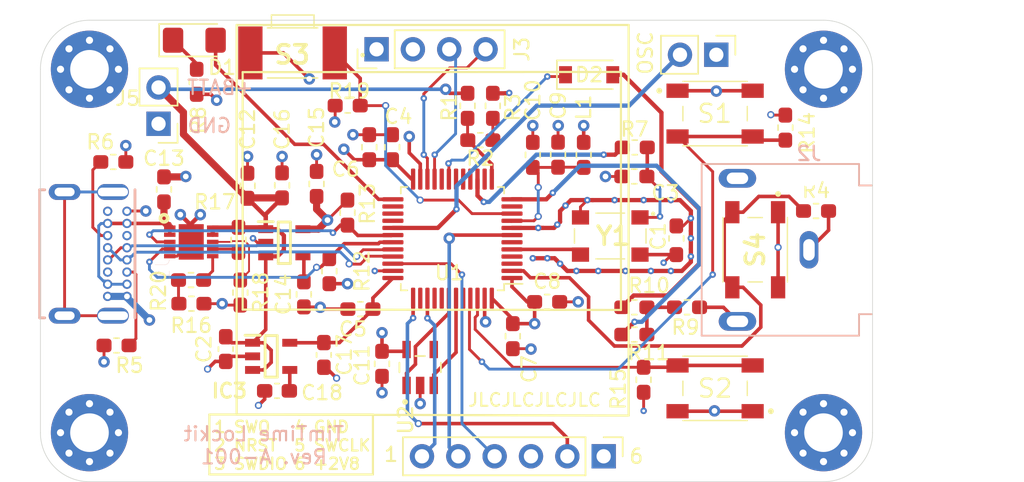
<source format=kicad_pcb>
(kicad_pcb (version 20171130) (host pcbnew "(5.1.6-0-10_14)")
  (layers (0 F.Cu signal) (1 In1.Cu power hide) (2 In2.Cu power hide) (31 B.Cu signal) (34 B.Paste user) (35 F.Paste user) (36 B.SilkS user) (37 F.SilkS user) (38 B.Mask user) (39 F.Mask user) (44 Edge.Cuts user))
  (net 0 "")
  (net 1 +2V8)
  (net 2 GND)
  (net 3 MON_SCL)
  (net 4 MON_SDA)
  (net 5 "Net-(C3-Pad1)")
  (net 6 VAA)
  (net 7 +BATT)
  (net 8 VBUS)
  (net 9 "Net-(C14-Pad2)")
  (net 10 "Net-(D1-Pad1)")
  (net 11 LED_STATUS)
  (net 12 TC_OUT)
  (net 13 "Net-(D2-Pad2)")
  (net 14 STAT1)
  (net 15 STAT2)
  (net 16 "Net-(IC1-Pad6)")
  (net 17 "Net-(IC1-Pad7)")
  (net 18 "Net-(IC1-Pad8)")
  (net 19 CC1)
  (net 20 USB_D+)
  (net 21 USB_D-)
  (net 22 "Net-(J1-PadA8)")
  (net 23 CC2)
  (net 24 "Net-(J1-PadB8)")
  (net 25 "Net-(J1-PadP1)")
  (net 26 "Net-(J2-Pad2)")
  (net 27 "Net-(J2-Pad3)")
  (net 28 SWCLK)
  (net 29 SWDIO)
  (net 30 NRST)
  (net 31 SWO)
  (net 32 OSC)
  (net 33 BATT_CHECK)
  (net 34 "Net-(R2-Pad2)")
  (net 35 TCVC)
  (net 36 TC_CON)
  (net 37 TC_IN)
  (net 38 BTN_A)
  (net 39 BTN_B)
  (net 40 BTN_PWR)
  (net 41 "Net-(U1-Pad3)")
  (net 42 "Net-(U1-Pad4)")
  (net 43 TCXO)
  (net 44 "Net-(U1-Pad6)")
  (net 45 "Net-(U1-Pad11)")
  (net 46 "Net-(U1-Pad14)")
  (net 47 "Net-(U1-Pad16)")
  (net 48 "Net-(U1-Pad17)")
  (net 49 "Net-(U1-Pad20)")
  (net 50 "Net-(U1-Pad26)")
  (net 51 "Net-(U1-Pad27)")
  (net 52 "Net-(U1-Pad28)")
  (net 53 "Net-(U1-Pad38)")
  (net 54 "Net-(U1-Pad40)")
  (net 55 "Net-(U1-Pad41)")
  (net 56 MEM_SCL)
  (net 57 MEM_SDA)
  (net 58 "Net-(U2-Pad4)")
  (net 59 "Net-(R16-Pad2)")
  (net 60 "Net-(U1-Pad18)")
  (net 61 +3V3)
  (net 62 "Net-(U1-Pad44)")
  (net 63 "Net-(C18-Pad2)")
  (net 64 BTN_C)
  (module SJ1-3523NG:CUI_SJ1-3523NG (layer B.Cu) (at 164.084 105.203 180)
    (fp_text reference J2 (at 0 6.731 180) (layer B.SilkS) (effects (font (thickness 0.16)) (justify mirror)))
    (fp_text value SJ1-3523NG)
    (pad 1 thru_hole oval (at 0 0 180) (size 1.308 2.616) (drill oval 0.8 1.5) (layers *.Cu *.Mask) (net 2 GND))
    (pad 2 thru_hole oval (at 5 -5 180) (size 2.616 1.308) (drill oval 1.5 0.8) (layers *.Cu *.Mask) (net 26 "Net-(J2-Pad2)"))
    (pad 3 thru_hole oval (at 5 5 180) (size 2.616 1.308) (drill oval 1.5 0.8) (layers *.Cu *.Mask) (net 27 "Net-(J2-Pad3)"))
    (pad None np_thru_hole circle (at -2.5 5 180) (size 1.2 1.2) (drill 1.2) (layers *.Cu *.Mask))
    (pad None np_thru_hole circle (at 0 5 180) (size 1.2 1.2) (drill 1.2) (layers *.Cu *.Mask))
    (pad None np_thru_hole circle (at 5 0 180) (size 1.2 1.2) (drill 1.2) (layers *.Cu *.Mask))
    (pad None np_thru_hole circle (at -2.5 -5 180) (size 1.2 1.2) (drill 1.2) (layers *.Cu *.Mask))
    (pad None np_thru_hole circle (at 0 -5 180) (size 1.2 1.2) (drill 1.2) (layers *.Cu *.Mask))
  )
  (module MountingHole:MountingHole_2.7mm_M2.5_Pad_Via (layer F.Cu) (at 113.792 117.983)
    (fp_text reference H4)
    (fp_text value MountingHole_Pad)
    (pad 1 thru_hole circle (at 1.431891 -1.431891) (size 0.8 0.8) (drill 0.5) (layers *.Cu *.Mask) (net 2 GND))
    (pad 1 thru_hole circle (at 0 -2.025) (size 0.8 0.8) (drill 0.5) (layers *.Cu *.Mask) (net 2 GND))
    (pad 1 thru_hole circle (at -1.431891 -1.431891) (size 0.8 0.8) (drill 0.5) (layers *.Cu *.Mask) (net 2 GND))
    (pad 1 thru_hole circle (at -2.025 0) (size 0.8 0.8) (drill 0.5) (layers *.Cu *.Mask) (net 2 GND))
    (pad 1 thru_hole circle (at -1.431891 1.431891) (size 0.8 0.8) (drill 0.5) (layers *.Cu *.Mask) (net 2 GND))
    (pad 1 thru_hole circle (at 0 2.025) (size 0.8 0.8) (drill 0.5) (layers *.Cu *.Mask) (net 2 GND))
    (pad 1 thru_hole circle (at 1.431891 1.431891) (size 0.8 0.8) (drill 0.5) (layers *.Cu *.Mask) (net 2 GND))
    (pad 1 thru_hole circle (at 2.025 0) (size 0.8 0.8) (drill 0.5) (layers *.Cu *.Mask) (net 2 GND))
    (pad 1 thru_hole circle (at 0 0) (size 5.4 5.4) (drill 2.7) (layers *.Cu *.Mask) (net 2 GND))
  )
  (module Diode_SMD:D_SOD-123 (layer F.Cu) (at 148.717 92.964)
    (fp_text reference D2 (at 0 0 180) (layer F.SilkS))
    (fp_text value DIODE)
    (pad 1 smd rect (at -1.65 0) (size 0.9 1.2) (layers F.Cu F.Paste F.Mask) (net 12 TC_OUT))
    (pad 2 smd rect (at 1.651 0) (size 0.9 1.2) (layers F.Cu F.Paste F.Mask) (net 13 "Net-(D2-Pad2)"))
  )
  (module Capacitor_SMD:C_0603_1608Metric_Pad1.05x0.95mm_HandSolder (layer F.Cu) (at 154.813 104.408 90)
    (fp_text reference C1 (at 0.141 -1.27 90) (layer F.SilkS))
    (fp_text value 100nF)
    (pad 2 smd roundrect (at 0.875 0 90) (size 1.05 0.95) (layers F.Cu F.Paste F.Mask) (net 2 GND))
    (pad 1 smd roundrect (at -1.129 0 90) (size 1.05 0.95) (layers F.Cu F.Paste F.Mask) (net 1 +2V8))
  )
  (module Capacitor_SMD:C_0603_1608Metric_Pad1.05x0.95mm_HandSolder (layer F.Cu) (at 151.878 100.076 180)
    (fp_text reference C3 (at -2.173 -1.143) (layer F.SilkS))
    (fp_text value 12uF)
    (pad 1 smd roundrect (at -0.875 0 180) (size 1.05 0.95) (layers F.Cu F.Paste F.Mask) (net 5 "Net-(C3-Pad1)"))
    (pad 2 smd roundrect (at 0.875 0 180) (size 1.05 0.95) (layers F.Cu F.Paste F.Mask) (net 2 GND))
  )
  (module Capacitor_SMD:C_0603_1608Metric_Pad1.05x0.95mm_HandSolder (layer F.Cu) (at 134.9502 98.03 90)
    (fp_text reference C4 (at 2.145 0.4318 180) (layer F.SilkS))
    (fp_text value 4.7uF)
    (pad 1 smd roundrect (at -0.875 0 90) (size 1.05 0.95) (layers F.Cu F.Paste F.Mask) (net 1 +2V8))
    (pad 2 smd roundrect (at 0.875 0 90) (size 1.05 0.95) (layers F.Cu F.Paste F.Mask) (net 2 GND))
  )
  (module Capacitor_SMD:C_0603_1608Metric_Pad1.05x0.95mm_HandSolder (layer F.Cu) (at 132.729 109.347 180)
    (fp_text reference C5 (at 0.522 -1.397) (layer F.SilkS))
    (fp_text value 100nF)
    (pad 2 smd roundrect (at 0.875 0 180) (size 1.05 0.95) (layers F.Cu F.Paste F.Mask) (net 2 GND))
    (pad 1 smd roundrect (at -0.875 0 180) (size 1.05 0.95) (layers F.Cu F.Paste F.Mask) (net 61 +3V3))
  )
  (module Capacitor_SMD:C_0603_1608Metric_Pad1.05x0.95mm_HandSolder (layer F.Cu) (at 133.35 98.03 90)
    (fp_text reference C6 (at -1.538 -1.651 180) (layer F.SilkS))
    (fp_text value 100nF)
    (pad 1 smd roundrect (at -0.875 0 90) (size 1.05 0.95) (layers F.Cu F.Paste F.Mask) (net 1 +2V8))
    (pad 2 smd roundrect (at 0.875 0 90) (size 1.05 0.95) (layers F.Cu F.Paste F.Mask) (net 2 GND))
  )
  (module Capacitor_SMD:C_0603_1608Metric_Pad1.05x0.95mm_HandSolder (layer F.Cu) (at 143.383 111.238 270)
    (fp_text reference C7 (at 2.3 -1.143 90) (layer F.SilkS))
    (fp_text value 100nF)
    (pad 2 smd roundrect (at 0.875 0 270) (size 1.05 0.95) (layers F.Cu F.Paste F.Mask) (net 2 GND))
    (pad 1 smd roundrect (at -0.875 0 270) (size 1.05 0.95) (layers F.Cu F.Paste F.Mask) (net 1 +2V8))
  )
  (module Capacitor_SMD:C_0603_1608Metric_Pad1.05x0.95mm_HandSolder (layer F.Cu) (at 145.782 108.839)
    (fp_text reference C8 (at 0 -1.43) (layer F.SilkS))
    (fp_text value 100nF)
    (pad 1 smd roundrect (at -0.875 0) (size 1.05 0.95) (layers F.Cu F.Paste F.Mask) (net 1 +2V8))
    (pad 2 smd roundrect (at 0.875 0) (size 1.05 0.95) (layers F.Cu F.Paste F.Mask) (net 2 GND))
  )
  (module Capacitor_SMD:C_0603_1608Metric_Pad1.05x0.95mm_HandSolder (layer F.Cu) (at 146.544 98.552 90)
    (fp_text reference C9 (at 3.429 0.014 90) (layer F.SilkS))
    (fp_text value 1.2uF)
    (pad 2 smd roundrect (at 0.875 0 90) (size 1.05 0.95) (layers F.Cu F.Paste F.Mask) (net 2 GND))
    (pad 1 smd roundrect (at -0.875 0 90) (size 1.05 0.95) (layers F.Cu F.Paste F.Mask) (net 6 VAA))
  )
  (module Capacitor_SMD:C_0603_1608Metric_Pad1.05x0.95mm_HandSolder (layer F.Cu) (at 144.78 98.566 90)
    (fp_text reference C10 (at 3.824 0 90) (layer F.SilkS))
    (fp_text value 100nF)
    (pad 1 smd roundrect (at -0.875 0 90) (size 1.05 0.95) (layers F.Cu F.Paste F.Mask) (net 6 VAA))
    (pad 2 smd roundrect (at 0.875 0 90) (size 1.05 0.95) (layers F.Cu F.Paste F.Mask) (net 2 GND))
  )
  (module Capacitor_SMD:C_0603_1608Metric_Pad1.05x0.95mm_HandSolder (layer F.Cu) (at 134.239 113.171 270)
    (fp_text reference C11 (at 0.113 1.397 90) (layer F.SilkS))
    (fp_text value 100nF)
    (pad 2 smd roundrect (at 0.875 0 270) (size 1.05 0.95) (layers F.Cu F.Paste F.Mask) (net 2 GND))
    (pad 1 smd roundrect (at -0.875 0 270) (size 1.05 0.95) (layers F.Cu F.Paste F.Mask) (net 1 +2V8))
  )
  (module Capacitor_SMD:C_0603_1608Metric_Pad1.05x0.95mm_HandSolder (layer F.Cu) (at 124.841 100.725 90)
    (fp_text reference C12 (at 3.951 0 90) (layer F.SilkS))
    (fp_text value 1.2uF)
    (pad 2 smd roundrect (at 0.875 0 90) (size 1.05 0.95) (layers F.Cu F.Paste F.Mask) (net 2 GND))
    (pad 1 smd roundrect (at -0.875 0 90) (size 1.05 0.95) (layers F.Cu F.Paste F.Mask) (net 7 +BATT))
  )
  (module Capacitor_SMD:C_0603_1608Metric_Pad1.05x0.95mm_HandSolder (layer F.Cu) (at 118.999 100.979 90)
    (fp_text reference C13 (at 2.173 0 180) (layer F.SilkS))
    (fp_text value 12uF)
    (pad 1 smd roundrect (at -0.875 0 90) (size 1.05 0.95) (layers F.Cu F.Paste F.Mask) (net 8 VBUS))
    (pad 2 smd roundrect (at 0.875 0 90) (size 1.05 0.95) (layers F.Cu F.Paste F.Mask) (net 2 GND))
  )
  (module Capacitor_SMD:C_0603_1608Metric_Pad1.05x0.95mm_HandSolder (layer F.Cu) (at 128.778 108.317 90)
    (fp_text reference C14 (at 0 -1.43 90) (layer F.SilkS))
    (fp_text value 100nF)
    (pad 2 smd roundrect (at 0.875 0 90) (size 1.05 0.95) (layers F.Cu F.Paste F.Mask) (net 9 "Net-(C14-Pad2)"))
    (pad 1 smd roundrect (at -0.875 0 90) (size 1.05 0.95) (layers F.Cu F.Paste F.Mask) (net 2 GND))
  )
  (module Capacitor_SMD:C_0603_1608Metric_Pad1.05x0.95mm_HandSolder (layer F.Cu) (at 129.667 100.598 90)
    (fp_text reference C15 (at 3.951 0 90) (layer F.SilkS))
    (fp_text value 12uF)
    (pad 1 smd roundrect (at -0.875 0 90) (size 1.05 0.95) (layers F.Cu F.Paste F.Mask) (net 1 +2V8))
    (pad 2 smd roundrect (at 0.875 0 90) (size 1.05 0.95) (layers F.Cu F.Paste F.Mask) (net 2 GND))
  )
  (module Capacitor_SMD:C_0603_1608Metric_Pad1.05x0.95mm_HandSolder (layer F.Cu) (at 127.254 100.697 90)
    (fp_text reference C16 (at 3.923 0 90) (layer F.SilkS))
    (fp_text value 4.7uF)
    (pad 2 smd roundrect (at 0.875 0 90) (size 1.05 0.95) (layers F.Cu F.Paste F.Mask) (net 2 GND))
    (pad 1 smd roundrect (at -0.875 0 90) (size 1.05 0.95) (layers F.Cu F.Paste F.Mask) (net 7 +BATT))
  )
  (module LED_SMD:LED_1206_3216Metric_Pad1.42x1.75mm_HandSolder (layer F.Cu) (at 121.1215 90.551)
    (fp_text reference D1 (at 1.9415 1.905) (layer F.SilkS))
    (fp_text value BLUE)
    (pad 1 smd roundrect (at -1.4875 0) (size 1.425 1.75) (layers F.Cu F.Paste F.Mask) (roundrect_rratio 0.175439) (net 10 "Net-(D1-Pad1)"))
    (pad 2 smd roundrect (at 1.4875 0) (size 1.425 1.75) (layers F.Cu F.Paste F.Mask) (roundrect_rratio 0.175439) (net 11 LED_STATUS))
  )
  (module MountingHole:MountingHole_2.7mm_M2.5_Pad_Via (layer F.Cu) (at 113.792 92.583)
    (fp_text reference H1)
    (fp_text value MountingHole_Pad)
    (pad 1 thru_hole circle (at 1.431891 -1.431891) (size 0.8 0.8) (drill 0.5) (layers *.Cu *.Mask) (net 2 GND))
    (pad 1 thru_hole circle (at 0 -2.025) (size 0.8 0.8) (drill 0.5) (layers *.Cu *.Mask) (net 2 GND))
    (pad 1 thru_hole circle (at -1.431891 -1.431891) (size 0.8 0.8) (drill 0.5) (layers *.Cu *.Mask) (net 2 GND))
    (pad 1 thru_hole circle (at -2.025 0) (size 0.8 0.8) (drill 0.5) (layers *.Cu *.Mask) (net 2 GND))
    (pad 1 thru_hole circle (at -1.431891 1.431891) (size 0.8 0.8) (drill 0.5) (layers *.Cu *.Mask) (net 2 GND))
    (pad 1 thru_hole circle (at 0 2.025) (size 0.8 0.8) (drill 0.5) (layers *.Cu *.Mask) (net 2 GND))
    (pad 1 thru_hole circle (at 1.431891 1.431891) (size 0.8 0.8) (drill 0.5) (layers *.Cu *.Mask) (net 2 GND))
    (pad 1 thru_hole circle (at 2.025 0) (size 0.8 0.8) (drill 0.5) (layers *.Cu *.Mask) (net 2 GND))
    (pad 1 thru_hole circle (at 0 0) (size 5.4 5.4) (drill 2.7) (layers *.Cu *.Mask) (net 2 GND))
  )
  (module MountingHole:MountingHole_2.7mm_M2.5_Pad_Via (layer F.Cu) (at 165.1 92.583)
    (fp_text reference H2)
    (fp_text value MountingHole_Pad)
    (pad 1 thru_hole circle (at 0 0) (size 5.4 5.4) (drill 2.7) (layers *.Cu *.Mask) (net 2 GND))
    (pad 1 thru_hole circle (at 2.025 0) (size 0.8 0.8) (drill 0.5) (layers *.Cu *.Mask) (net 2 GND))
    (pad 1 thru_hole circle (at 1.431891 1.431891) (size 0.8 0.8) (drill 0.5) (layers *.Cu *.Mask) (net 2 GND))
    (pad 1 thru_hole circle (at 0 2.025) (size 0.8 0.8) (drill 0.5) (layers *.Cu *.Mask) (net 2 GND))
    (pad 1 thru_hole circle (at -1.431891 1.431891) (size 0.8 0.8) (drill 0.5) (layers *.Cu *.Mask) (net 2 GND))
    (pad 1 thru_hole circle (at -2.025 0) (size 0.8 0.8) (drill 0.5) (layers *.Cu *.Mask) (net 2 GND))
    (pad 1 thru_hole circle (at -1.431891 -1.431891) (size 0.8 0.8) (drill 0.5) (layers *.Cu *.Mask) (net 2 GND))
    (pad 1 thru_hole circle (at 0 -2.025) (size 0.8 0.8) (drill 0.5) (layers *.Cu *.Mask) (net 2 GND))
    (pad 1 thru_hole circle (at 1.431891 -1.431891) (size 0.8 0.8) (drill 0.5) (layers *.Cu *.Mask) (net 2 GND))
  )
  (module MountingHole:MountingHole_2.7mm_M2.5_Pad_Via (layer F.Cu) (at 165.1 117.983)
    (fp_text reference H3)
    (fp_text value MountingHole_Pad)
    (pad 1 thru_hole circle (at 0 0) (size 5.4 5.4) (drill 2.7) (layers *.Cu *.Mask) (net 2 GND))
    (pad 1 thru_hole circle (at 2.025 0) (size 0.8 0.8) (drill 0.5) (layers *.Cu *.Mask) (net 2 GND))
    (pad 1 thru_hole circle (at 1.431891 1.431891) (size 0.8 0.8) (drill 0.5) (layers *.Cu *.Mask) (net 2 GND))
    (pad 1 thru_hole circle (at 0 2.025) (size 0.8 0.8) (drill 0.5) (layers *.Cu *.Mask) (net 2 GND))
    (pad 1 thru_hole circle (at -1.431891 1.431891) (size 0.8 0.8) (drill 0.5) (layers *.Cu *.Mask) (net 2 GND))
    (pad 1 thru_hole circle (at -2.025 0) (size 0.8 0.8) (drill 0.5) (layers *.Cu *.Mask) (net 2 GND))
    (pad 1 thru_hole circle (at -1.431891 -1.431891) (size 0.8 0.8) (drill 0.5) (layers *.Cu *.Mask) (net 2 GND))
    (pad 1 thru_hole circle (at 0 -2.025) (size 0.8 0.8) (drill 0.5) (layers *.Cu *.Mask) (net 2 GND))
    (pad 1 thru_hole circle (at 1.431891 -1.431891) (size 0.8 0.8) (drill 0.5) (layers *.Cu *.Mask) (net 2 GND))
  )
  (module MCP73834-CNI_MF:SON50P300X300X100-11N-D (layer F.Cu) (at 120.904 104.648)
    (fp_text reference IC1)
    (fp_text value MCP73834-CNI_MF hide)
    (pad 1 smd rect (at -1.5 -1 90) (size 0.3 0.8) (layers F.Cu F.Paste F.Mask) (net 8 VBUS))
    (pad 2 smd rect (at -1.5 -0.5 90) (size 0.3 0.8) (layers F.Cu F.Paste F.Mask) (net 8 VBUS))
    (pad 3 smd rect (at -1.5 0 90) (size 0.3 0.8) (layers F.Cu F.Paste F.Mask) (net 14 STAT1))
    (pad 4 smd rect (at -1.5 0.5 90) (size 0.3 0.8) (layers F.Cu F.Paste F.Mask) (net 15 STAT2))
    (pad 5 smd rect (at -1.5 1 90) (size 0.3 0.8) (layers F.Cu F.Paste F.Mask) (net 2 GND))
    (pad 6 smd rect (at 1.5 1 90) (size 0.3 0.8) (layers F.Cu F.Paste F.Mask) (net 16 "Net-(IC1-Pad6)"))
    (pad 7 smd rect (at 1.5 0.5 90) (size 0.3 0.8) (layers F.Cu F.Paste F.Mask) (net 17 "Net-(IC1-Pad7)"))
    (pad 8 smd rect (at 1.5 0 90) (size 0.3 0.8) (layers F.Cu F.Paste F.Mask) (net 18 "Net-(IC1-Pad8)"))
    (pad 9 smd rect (at 1.5 -0.5 90) (size 0.3 0.8) (layers F.Cu F.Paste F.Mask) (net 7 +BATT))
    (pad 10 smd rect (at 1.5 -1 90) (size 0.3 0.8) (layers F.Cu F.Paste F.Mask) (net 7 +BATT))
    (pad 11 smd rect (at 0 0) (size 1.75 2.48) (layers F.Cu F.Paste F.Mask) (net 2 GND))
  )
  (module LT1761ES5-2:SOT95P280X100-5N (layer F.Cu) (at 127.411 104.709)
    (fp_text reference IC2)
    (fp_text value LT1761ES5-2.8#TRMPBF hide)
    (pad 1 smd rect (at -1.3 -0.95 90) (size 0.55 1.05) (layers F.Cu F.Paste F.Mask) (net 7 +BATT))
    (pad 2 smd rect (at -1.3 0 90) (size 0.55 1.05) (layers F.Cu F.Paste F.Mask) (net 2 GND))
    (pad 3 smd rect (at -1.3 0.95 90) (size 0.55 1.05) (layers F.Cu F.Paste F.Mask) (net 7 +BATT))
    (pad 4 smd rect (at 1.3 0.95 90) (size 0.55 1.05) (layers F.Cu F.Paste F.Mask) (net 9 "Net-(C14-Pad2)"))
    (pad 5 smd rect (at 1.3 -0.95 90) (size 0.55 1.05) (layers F.Cu F.Paste F.Mask) (net 1 +2V8))
  )
  (module USB4085-GF-A_REVA:GCT_USB4085-GF-A_REVA (layer B.Cu) (at 112.387 105.483 90)
    (fp_text reference J1 (at -1.097425 6.515415 -90) (layer B.SilkS) (effects (font (size 1.00015 1.00015) (thickness 0.015)) (justify mirror)))
    (fp_text value USB4085-GF-A_REVA)
    (pad A1 thru_hole circle (at -2.975 4.025 90) (size 0.65 0.65) (drill 0.4) (layers *.Cu *.Mask) (net 2 GND))
    (pad A4 thru_hole circle (at -2.125 4.025 90) (size 0.65 0.65) (drill 0.4) (layers *.Cu *.Mask) (net 8 VBUS))
    (pad A5 thru_hole circle (at -1.275 4.025 90) (size 0.65 0.65) (drill 0.4) (layers *.Cu *.Mask) (net 19 CC1))
    (pad A6 thru_hole circle (at -0.425 4.025 90) (size 0.65 0.65) (drill 0.4) (layers *.Cu *.Mask) (net 20 USB_D+))
    (pad A7 thru_hole circle (at 0.425 4.025 90) (size 0.65 0.65) (drill 0.4) (layers *.Cu *.Mask) (net 21 USB_D-))
    (pad A8 thru_hole circle (at 1.275 4.025 90) (size 0.65 0.65) (drill 0.4) (layers *.Cu *.Mask) (net 22 "Net-(J1-PadA8)"))
    (pad A9 thru_hole circle (at 2.125 4.025 90) (size 0.65 0.65) (drill 0.4) (layers *.Cu *.Mask) (net 8 VBUS))
    (pad A12 thru_hole circle (at 2.975 4.025 90) (size 0.65 0.65) (drill 0.4) (layers *.Cu *.Mask) (net 2 GND))
    (pad B1 thru_hole circle (at 2.975 2.675 90) (size 0.65 0.65) (drill 0.4) (layers *.Cu *.Mask) (net 2 GND))
    (pad B4 thru_hole circle (at 2.125 2.675 90) (size 0.65 0.65) (drill 0.4) (layers *.Cu *.Mask) (net 8 VBUS))
    (pad B5 thru_hole circle (at 1.275 2.675 90) (size 0.65 0.65) (drill 0.4) (layers *.Cu *.Mask) (net 23 CC2))
    (pad B6 thru_hole circle (at 0.425 2.675 90) (size 0.65 0.65) (drill 0.4) (layers *.Cu *.Mask) (net 20 USB_D+))
    (pad B7 thru_hole circle (at -0.425 2.675 90) (size 0.65 0.65) (drill 0.4) (layers *.Cu *.Mask) (net 21 USB_D-))
    (pad B8 thru_hole circle (at -1.275 2.675 90) (size 0.65 0.65) (drill 0.4) (layers *.Cu *.Mask) (net 24 "Net-(J1-PadB8)"))
    (pad B9 thru_hole circle (at -2.125 2.675 90) (size 0.65 0.65) (drill 0.4) (layers *.Cu *.Mask) (net 8 VBUS))
    (pad B12 thru_hole circle (at -2.975 2.675 90) (size 0.65 0.65) (drill 0.4) (layers *.Cu *.Mask) (net 2 GND))
    (pad P1 thru_hole oval (at -4.325 3.045 90) (size 1.108 2.216) (drill oval 0.6 2.1) (layers *.Cu *.Mask) (net 25 "Net-(J1-PadP1)"))
    (pad P2 thru_hole oval (at 4.325 3.045 90) (size 1.108 2.216) (drill oval 0.6 2.1) (layers *.Cu *.Mask) (net 25 "Net-(J1-PadP1)"))
    (pad P3 thru_hole oval (at 4.325 -0.335 90) (size 1.108 2.216) (drill oval 0.6 1.4) (layers *.Cu *.Mask) (net 25 "Net-(J1-PadP1)"))
    (pad P4 thru_hole oval (at -4.325 -0.335 90) (size 1.108 2.216) (drill oval 0.6 1.4) (layers *.Cu *.Mask) (net 25 "Net-(J1-PadP1)"))
  )
  (module Connector_PinHeader_2.54mm:PinHeader_1x04_P2.54mm_Vertical (layer F.Cu) (at 133.858 91.186 90)
    (fp_text reference J3 (at 0 10.16 90) (layer F.SilkS))
    (fp_text value Conn_01x04)
    (pad 1 thru_hole rect (at 0 0 90) (size 1.7 1.7) (drill 1) (layers *.Cu *.Mask) (net 2 GND))
    (pad 2 thru_hole oval (at 0 2.54 90) (size 1.7 1.7) (drill 1) (layers *.Cu *.Mask) (net 1 +2V8))
    (pad 3 thru_hole oval (at 0 5.08 90) (size 1.7 1.7) (drill 1) (layers *.Cu *.Mask) (net 3 MON_SCL))
    (pad 4 thru_hole oval (at 0 7.62 90) (size 1.7 1.7) (drill 1) (layers *.Cu *.Mask) (net 4 MON_SDA))
  )
  (module Connector_PinHeader_2.54mm:PinHeader_1x06_P2.54mm_Vertical (layer F.Cu) (at 149.733 119.634 270)
    (fp_text reference J4)
    (fp_text value Conn_01x06)
    (pad 1 thru_hole rect (at 0 0 270) (size 1.7 1.7) (drill 1) (layers *.Cu *.Mask) (net 1 +2V8))
    (pad 2 thru_hole oval (at 0 2.54 270) (size 1.7 1.7) (drill 1) (layers *.Cu *.Mask) (net 28 SWCLK))
    (pad 3 thru_hole oval (at 0 5.08 270) (size 1.7 1.7) (drill 1) (layers *.Cu *.Mask) (net 2 GND))
    (pad 4 thru_hole oval (at 0 7.62 270) (size 1.7 1.7) (drill 1) (layers *.Cu *.Mask) (net 29 SWDIO))
    (pad 5 thru_hole oval (at 0 10.16 270) (size 1.7 1.7) (drill 1) (layers *.Cu *.Mask) (net 30 NRST))
    (pad 6 thru_hole oval (at 0 12.7 270) (size 1.7 1.7) (drill 1) (layers *.Cu *.Mask) (net 31 SWO))
  )
  (module Connector_PinHeader_2.54mm:PinHeader_1x02_P2.54mm_Vertical (layer F.Cu) (at 118.618 96.393 180)
    (fp_text reference J5 (at 2.159 1.778) (layer F.SilkS))
    (fp_text value Conn_01x02)
    (pad 1 thru_hole rect (at 0 0 180) (size 1.7 1.7) (drill 1) (layers *.Cu *.Mask) (net 2 GND))
    (pad 2 thru_hole oval (at 0 2.54 180) (size 1.7 1.7) (drill 1) (layers *.Cu *.Mask) (net 7 +BATT))
  )
  (module Connector_PinHeader_2.54mm:PinHeader_1x02_P2.54mm_Vertical (layer F.Cu) (at 157.607 91.567 270)
    (fp_text reference J6)
    (fp_text value Conn_01x02)
    (pad 2 thru_hole oval (at 0 2.54 270) (size 1.7 1.7) (drill 1) (layers *.Cu *.Mask) (net 32 OSC))
    (pad 1 thru_hole rect (at 0 0 270) (size 1.7 1.7) (drill 1) (layers *.Cu *.Mask) (net 2 GND))
  )
  (module Inductor_SMD:L_0603_1608Metric_Pad1.05x0.95mm_HandSolder (layer F.Cu) (at 148.336 98.566 90)
    (fp_text reference L1 (at 3.316 0 90) (layer F.SilkS))
    (fp_text value 39nH)
    (pad 1 smd roundrect (at -0.875 0 90) (size 1.05 0.95) (layers F.Cu F.Paste F.Mask) (net 6 VAA))
    (pad 2 smd roundrect (at 0.875 0 90) (size 1.05 0.95) (layers F.Cu F.Paste F.Mask) (net 1 +2V8))
  )
  (module Resistor_SMD:R_0603_1608Metric_Pad1.05x0.95mm_HandSolder (layer F.Cu) (at 140.222 95.137 270)
    (fp_text reference R1 (at 0.113 1.284 90) (layer F.SilkS))
    (fp_text value 100k)
    (pad 1 smd roundrect (at -0.875 0 270) (size 1.05 0.95) (layers F.Cu F.Paste F.Mask) (net 7 +BATT))
    (pad 2 smd roundrect (at 0.875 0 270) (size 1.05 0.95) (layers F.Cu F.Paste F.Mask) (net 33 BATT_CHECK))
  )
  (module Resistor_SMD:R_0603_1608Metric_Pad1.05x0.95mm_HandSolder (layer F.Cu) (at 141.111 97.536)
    (fp_text reference R2 (at 0 1.27) (layer F.SilkS))
    (fp_text value 100k)
    (pad 2 smd roundrect (at 0.875 0) (size 1.05 0.95) (layers F.Cu F.Paste F.Mask) (net 34 "Net-(R2-Pad2)"))
    (pad 1 smd roundrect (at -0.875 0) (size 1.05 0.95) (layers F.Cu F.Paste F.Mask) (net 33 BATT_CHECK))
  )
  (module Resistor_SMD:R_0603_1608Metric_Pad1.05x0.95mm_HandSolder (layer F.Cu) (at 141.986 95.137 90)
    (fp_text reference R3 (at -0.113 1.397 90) (layer F.SilkS))
    (fp_text value 100k)
    (pad 2 smd roundrect (at 0.875 0 90) (size 1.05 0.95) (layers F.Cu F.Paste F.Mask) (net 2 GND))
    (pad 1 smd roundrect (at -0.875 0 90) (size 1.05 0.95) (layers F.Cu F.Paste F.Mask) (net 34 "Net-(R2-Pad2)"))
  )
  (module Resistor_SMD:R_0603_1608Metric_Pad1.05x0.95mm_HandSolder (layer F.Cu) (at 115.683 111.887 180)
    (fp_text reference R5 (at -0.903 -1.397) (layer F.SilkS) (effects (font (thickness 0.16))))
    (fp_text value 5.1k)
    (pad 1 smd roundrect (at -0.875 0 180) (size 1.05 0.95) (layers F.Cu F.Paste F.Mask) (net 19 CC1))
    (pad 2 smd roundrect (at 0.875 0 180) (size 1.05 0.95) (layers F.Cu F.Paste F.Mask) (net 2 GND))
  )
  (module Resistor_SMD:R_0603_1608Metric_Pad1.05x0.95mm_HandSolder (layer F.Cu) (at 115.457 99.06)
    (fp_text reference R6 (at -0.903 -1.397) (layer F.SilkS))
    (fp_text value 5.1k)
    (pad 2 smd roundrect (at 0.875 0) (size 1.05 0.95) (layers F.Cu F.Paste F.Mask) (net 2 GND))
    (pad 1 smd roundrect (at -0.875 0) (size 1.05 0.95) (layers F.Cu F.Paste F.Mask) (net 23 CC2))
  )
  (module Resistor_SMD:R_0603_1608Metric_Pad1.05x0.95mm_HandSolder (layer F.Cu) (at 151.906 98.044 180)
    (fp_text reference R7 (at 0.014 1.27) (layer F.SilkS))
    (fp_text value 10k)
    (pad 1 smd roundrect (at -0.875 0 180) (size 1.05 0.95) (layers F.Cu F.Paste F.Mask) (net 5 "Net-(C3-Pad1)"))
    (pad 2 smd roundrect (at 0.875 0 180) (size 1.05 0.95) (layers F.Cu F.Paste F.Mask) (net 35 TCVC))
  )
  (module Resistor_SMD:R_0603_1608Metric_Pad1.05x0.95mm_HandSolder (layer F.Cu) (at 121.285 93.458 270)
    (fp_text reference R8 (at 2.681 -0.127 90) (layer F.SilkS))
    (fp_text value 30)
    (pad 1 smd roundrect (at -0.875 0 270) (size 1.05 0.95) (layers F.Cu F.Paste F.Mask) (net 10 "Net-(D1-Pad1)"))
    (pad 2 smd roundrect (at 0.875 0 270) (size 1.05 0.95) (layers F.Cu F.Paste F.Mask) (net 2 GND))
  )
  (module Resistor_SMD:R_0603_1608Metric_Pad1.05x0.95mm_HandSolder (layer F.Cu) (at 155.561 109.22)
    (fp_text reference R9 (at -0.113 1.397) (layer F.SilkS))
    (fp_text value 30)
    (pad 1 smd roundrect (at -0.875 0) (size 1.05 0.95) (layers F.Cu F.Paste F.Mask) (net 36 TC_CON))
    (pad 2 smd roundrect (at 0.875 0) (size 1.05 0.95) (layers F.Cu F.Paste F.Mask) (net 26 "Net-(J2-Pad2)"))
  )
  (module Resistor_SMD:R_0603_1608Metric_Pad1.05x0.95mm_HandSolder (layer F.Cu) (at 151.878 109.22 180)
    (fp_text reference R10 (at -1.03 1.524) (layer F.SilkS))
    (fp_text value 0)
    (pad 2 smd roundrect (at 0.875 0 180) (size 1.05 0.95) (layers F.Cu F.Paste F.Mask) (net 13 "Net-(D2-Pad2)"))
    (pad 1 smd roundrect (at -0.875 0 180) (size 1.05 0.95) (layers F.Cu F.Paste F.Mask) (net 36 TC_CON))
  )
  (module Resistor_SMD:R_0603_1608Metric_Pad1.05x0.95mm_HandSolder (layer F.Cu) (at 151.878 111.125)
    (fp_text reference R11 (at 1.002 1.27) (layer F.SilkS))
    (fp_text value 0)
    (pad 1 smd roundrect (at -0.875 0) (size 1.05 0.95) (layers F.Cu F.Paste F.Mask) (net 37 TC_IN))
    (pad 2 smd roundrect (at 0.875 0) (size 1.05 0.95) (layers F.Cu F.Paste F.Mask) (net 36 TC_CON))
  )
  (module Resistor_SMD:R_0603_1608Metric_Pad1.05x0.95mm_HandSolder (layer F.Cu) (at 130.556 106.694 90)
    (fp_text reference R12 (at 0 2.286 90) (layer F.SilkS))
    (fp_text value 10k)
    (pad 2 smd roundrect (at 0.875 0 90) (size 1.05 0.95) (layers F.Cu F.Paste F.Mask) (net 15 STAT2))
    (pad 1 smd roundrect (at -0.875 0 90) (size 1.05 0.95) (layers F.Cu F.Paste F.Mask) (net 1 +2V8))
  )
  (module Resistor_SMD:R_0603_1608Metric_Pad1.05x0.95mm_HandSolder (layer F.Cu) (at 131.826 102.602 270)
    (fp_text reference R13 (at -0.621 -1.397 270) (layer F.SilkS))
    (fp_text value 10k)
    (pad 1 smd roundrect (at -0.875 0 270) (size 1.05 0.95) (layers F.Cu F.Paste F.Mask) (net 1 +2V8))
    (pad 2 smd roundrect (at 0.875 0 270) (size 1.05 0.95) (layers F.Cu F.Paste F.Mask) (net 14 STAT1))
  )
  (module Resistor_SMD:R_0603_1608Metric_Pad1.05x0.95mm_HandSolder (layer F.Cu) (at 162.433 96.661 90)
    (fp_text reference R14 (at -0.367 1.524 90) (layer F.SilkS))
    (fp_text value 100k)
    (pad 1 smd roundrect (at -0.875 0 90) (size 1.05 0.95) (layers F.Cu F.Paste F.Mask) (net 38 BTN_A))
    (pad 2 smd roundrect (at 0.875 0 90) (size 1.05 0.95) (layers F.Cu F.Paste F.Mask) (net 2 GND))
  )
  (module Resistor_SMD:R_0603_1608Metric_Pad1.05x0.95mm_HandSolder (layer F.Cu) (at 152.527 114.286 270)
    (fp_text reference R15 (at 0.649 1.778 90) (layer F.SilkS))
    (fp_text value 100k)
    (pad 2 smd roundrect (at 0.875 0 270) (size 1.05 0.95) (layers F.Cu F.Paste F.Mask) (net 2 GND))
    (pad 1 smd roundrect (at -0.875 0 270) (size 1.05 0.95) (layers F.Cu F.Paste F.Mask) (net 39 BTN_B))
  )
  (module Resistor_SMD:R_0603_1608Metric_Pad1.05x0.95mm_HandSolder (layer F.Cu) (at 120.89 107.315 180)
    (fp_text reference R16 (at -0.014 -3.175) (layer F.SilkS))
    (fp_text value 2K)
    (pad 1 smd roundrect (at -0.875 0 180) (size 1.05 0.95) (layers F.Cu F.Paste F.Mask) (net 16 "Net-(IC1-Pad6)"))
    (pad 2 smd roundrect (at 0.875 0 180) (size 1.05 0.95) (layers F.Cu F.Paste F.Mask) (net 59 "Net-(R16-Pad2)"))
  )
  (module Resistor_SMD:R_0603_1608Metric_Pad1.05x0.95mm_HandSolder (layer F.Cu) (at 124.206 104.507 270)
    (fp_text reference R17 (at -2.653 1.651 180) (layer F.SilkS))
    (fp_text value 10K)
    (pad 2 smd roundrect (at 0.875 0 270) (size 1.05 0.95) (layers F.Cu F.Paste F.Mask) (net 17 "Net-(IC1-Pad7)"))
    (pad 1 smd roundrect (at -0.875 0 270) (size 1.05 0.95) (layers F.Cu F.Paste F.Mask) (net 7 +BATT))
  )
  (module Resistor_SMD:R_0603_1608Metric_Pad1.05x0.95mm_HandSolder (layer F.Cu) (at 124.333 108.19 270)
    (fp_text reference R18 (at 0 -1.43 90) (layer F.SilkS))
    (fp_text value 10k)
    (pad 2 smd roundrect (at 0.875 0 270) (size 1.05 0.95) (layers F.Cu F.Paste F.Mask) (net 2 GND))
    (pad 1 smd roundrect (at -0.875 0 270) (size 1.05 0.95) (layers F.Cu F.Paste F.Mask) (net 18 "Net-(IC1-Pad8)"))
  )
  (module Resistor_SMD:R_0603_1608Metric_Pad1.05x0.95mm_HandSolder (layer F.Cu) (at 131.84 95.123 180)
    (fp_text reference R19 (at -0.113 1.016) (layer F.SilkS))
    (fp_text value 100k)
    (pad 1 smd roundrect (at -0.875 0 180) (size 1.05 0.95) (layers F.Cu F.Paste F.Mask) (net 40 BTN_PWR))
    (pad 2 smd roundrect (at 0.875 0 180) (size 1.05 0.95) (layers F.Cu F.Paste F.Mask) (net 2 GND))
  )
  (module PTS647SM70SMTR2LFS:PTS647SM38SMTR2LFS (layer F.Cu) (at 157.522 95.682)
    (fp_text reference S1 (at -0.026001 0) (layer F.SilkS) (effects (font (size 1.27 1.27) (thickness 0.153))))
    (fp_text value PTS647SM70SMTR2LFS hide)
    (pad 4 smd rect (at 2.625 1.6 90) (size 1 1.55) (layers F.Cu F.Paste F.Mask) (net 38 BTN_A))
    (pad 3 smd rect (at -2.625 1.6 90) (size 1 1.55) (layers F.Cu F.Paste F.Mask) (net 38 BTN_A))
    (pad 2 smd rect (at 2.625 -1.6 90) (size 1 1.55) (layers F.Cu F.Paste F.Mask) (net 1 +2V8))
    (pad 1 smd rect (at -2.625 -1.6 90) (size 1 1.55) (layers F.Cu F.Paste F.Mask) (net 1 +2V8))
  )
  (module PTS647SM70SMTR2LFS:PTS647SM38SMTR2LFS (layer F.Cu) (at 157.522 114.884 180)
    (fp_text reference S2 (at 0 0) (layer F.SilkS) (effects (font (size 1.27 1.27) (thickness 0.153))))
    (fp_text value PTS647SM70SMTR2LFS hide)
    (pad 1 smd rect (at -2.625 -1.6 270) (size 1 1.55) (layers F.Cu F.Paste F.Mask) (net 1 +2V8))
    (pad 2 smd rect (at 2.625 -1.6 270) (size 1 1.55) (layers F.Cu F.Paste F.Mask) (net 1 +2V8))
    (pad 3 smd rect (at -2.625 1.6 270) (size 1 1.55) (layers F.Cu F.Paste F.Mask) (net 39 BTN_B))
    (pad 4 smd rect (at 2.625 1.6 270) (size 1 1.55) (layers F.Cu F.Paste F.Mask) (net 39 BTN_B))
  )
  (module KSS241GLFS:KSS241GLFS (layer F.Cu) (at 127.987 91.44 180)
    (fp_text reference S3 (at 0.029 -0.127) (layer F.SilkS) (effects (font (size 1.27 1.27) (thickness 0.254))))
    (fp_text value KSS241GLFS hide)
    (pad 1 smd rect (at -2.95 0 180) (size 1.7 3.7) (layers F.Cu F.Paste F.Mask) (net 40 BTN_PWR))
    (pad 2 smd rect (at 2.95 0 180) (size 1.7 3.7) (layers F.Cu F.Paste F.Mask) (net 1 +2V8))
  )
  (module Package_QFP:LQFP-48_7x7mm_P0.5mm (layer F.Cu) (at 139.1635 104.4225 180)
    (fp_text reference U1 (at 0.2255 -2.3845) (layer F.SilkS))
    (fp_text value STM32L433CCTx)
    (pad 1 smd roundrect (at -4.1625 -2.75 180) (size 1.475 0.3) (layers F.Cu F.Paste F.Mask) (net 1 +2V8))
    (pad 2 smd roundrect (at -4.1625 -2.25 180) (size 1.475 0.3) (layers F.Cu F.Paste F.Mask) (net 64 BTN_C))
    (pad 3 smd roundrect (at -4.1625 -1.75 180) (size 1.475 0.3) (layers F.Cu F.Paste F.Mask) (net 41 "Net-(U1-Pad3)"))
    (pad 4 smd roundrect (at -4.1625 -1.25 180) (size 1.475 0.3) (layers F.Cu F.Paste F.Mask) (net 42 "Net-(U1-Pad4)"))
    (pad 5 smd roundrect (at -4.1625 -0.75 180) (size 1.475 0.3) (layers F.Cu F.Paste F.Mask) (net 43 TCXO))
    (pad 6 smd roundrect (at -4.1625 -0.25 180) (size 1.475 0.3) (layers F.Cu F.Paste F.Mask) (net 44 "Net-(U1-Pad6)"))
    (pad 7 smd roundrect (at -4.1625 0.25 180) (size 1.475 0.3) (layers F.Cu F.Paste F.Mask) (net 30 NRST))
    (pad 8 smd roundrect (at -4.1625 0.75 180) (size 1.475 0.3) (layers F.Cu F.Paste F.Mask) (net 2 GND))
    (pad 9 smd roundrect (at -4.1625 1.25 180) (size 1.475 0.3) (layers F.Cu F.Paste F.Mask) (net 6 VAA))
    (pad 10 smd roundrect (at -4.1625 1.75 180) (size 1.475 0.3) (layers F.Cu F.Paste F.Mask) (net 40 BTN_PWR))
    (pad 11 smd roundrect (at -4.1625 2.25 180) (size 1.475 0.3) (layers F.Cu F.Paste F.Mask) (net 45 "Net-(U1-Pad11)"))
    (pad 12 smd roundrect (at -4.1625 2.75 180) (size 1.475 0.3) (layers F.Cu F.Paste F.Mask) (net 37 TC_IN))
    (pad 13 smd roundrect (at -2.75 4.1625 180) (size 0.3 1.475) (layers F.Cu F.Paste F.Mask) (net 33 BATT_CHECK))
    (pad 14 smd roundrect (at -2.25 4.1625 180) (size 0.3 1.475) (layers F.Cu F.Paste F.Mask) (net 46 "Net-(U1-Pad14)"))
    (pad 15 smd roundrect (at -1.75 4.1625 180) (size 0.3 1.475) (layers F.Cu F.Paste F.Mask) (net 35 TCVC))
    (pad 16 smd roundrect (at -1.25 4.1625 180) (size 0.3 1.475) (layers F.Cu F.Paste F.Mask) (net 47 "Net-(U1-Pad16)"))
    (pad 17 smd roundrect (at -0.75 4.1625 180) (size 0.3 1.475) (layers F.Cu F.Paste F.Mask) (net 48 "Net-(U1-Pad17)"))
    (pad 18 smd roundrect (at -0.25 4.1625 180) (size 0.3 1.475) (layers F.Cu F.Paste F.Mask) (net 60 "Net-(U1-Pad18)"))
    (pad 19 smd roundrect (at 0.25 4.1625 180) (size 0.3 1.475) (layers F.Cu F.Paste F.Mask) (net 12 TC_OUT))
    (pad 20 smd roundrect (at 0.75 4.1625 180) (size 0.3 1.475) (layers F.Cu F.Paste F.Mask) (net 49 "Net-(U1-Pad20)"))
    (pad 21 smd roundrect (at 1.25 4.1625 180) (size 0.3 1.475) (layers F.Cu F.Paste F.Mask) (net 3 MON_SCL))
    (pad 22 smd roundrect (at 1.75 4.1625 180) (size 0.3 1.475) (layers F.Cu F.Paste F.Mask) (net 4 MON_SDA))
    (pad 23 smd roundrect (at 2.25 4.1625 180) (size 0.3 1.475) (layers F.Cu F.Paste F.Mask) (net 2 GND))
    (pad 24 smd roundrect (at 2.75 4.1625 180) (size 0.3 1.475) (layers F.Cu F.Paste F.Mask) (net 1 +2V8))
    (pad 25 smd roundrect (at 4.1625 2.75 180) (size 1.475 0.3) (layers F.Cu F.Paste F.Mask) (net 11 LED_STATUS))
    (pad 26 smd roundrect (at 4.1625 2.25 180) (size 1.475 0.3) (layers F.Cu F.Paste F.Mask) (net 50 "Net-(U1-Pad26)"))
    (pad 27 smd roundrect (at 4.1625 1.75 180) (size 1.475 0.3) (layers F.Cu F.Paste F.Mask) (net 51 "Net-(U1-Pad27)"))
    (pad 28 smd roundrect (at 4.1625 1.25 180) (size 1.475 0.3) (layers F.Cu F.Paste F.Mask) (net 52 "Net-(U1-Pad28)"))
    (pad 29 smd roundrect (at 4.1625 0.75 180) (size 1.475 0.3) (layers F.Cu F.Paste F.Mask) (net 32 OSC))
    (pad 30 smd roundrect (at 4.1625 0.25 180) (size 1.475 0.3) (layers F.Cu F.Paste F.Mask) (net 14 STAT1))
    (pad 31 smd roundrect (at 4.1625 -0.25 180) (size 1.475 0.3) (layers F.Cu F.Paste F.Mask) (net 15 STAT2))
    (pad 32 smd roundrect (at 4.1625 -0.75 180) (size 1.475 0.3) (layers F.Cu F.Paste F.Mask) (net 21 USB_D-))
    (pad 33 smd roundrect (at 4.1625 -1.25 180) (size 1.475 0.3) (layers F.Cu F.Paste F.Mask) (net 20 USB_D+))
    (pad 34 smd roundrect (at 4.1625 -1.75 180) (size 1.475 0.3) (layers F.Cu F.Paste F.Mask) (net 29 SWDIO))
    (pad 35 smd roundrect (at 4.1625 -2.25 180) (size 1.475 0.3) (layers F.Cu F.Paste F.Mask) (net 2 GND))
    (pad 36 smd roundrect (at 4.1625 -2.75 180) (size 1.475 0.3) (layers F.Cu F.Paste F.Mask) (net 61 +3V3))
    (pad 37 smd roundrect (at 2.75 -4.1625 180) (size 0.3 1.475) (layers F.Cu F.Paste F.Mask) (net 28 SWCLK))
    (pad 38 smd roundrect (at 2.25 -4.1625 180) (size 0.3 1.475) (layers F.Cu F.Paste F.Mask) (net 53 "Net-(U1-Pad38)"))
    (pad 39 smd roundrect (at 1.75 -4.1625 180) (size 0.3 1.475) (layers F.Cu F.Paste F.Mask) (net 31 SWO))
    (pad 40 smd roundrect (at 1.25 -4.1625 180) (size 0.3 1.475) (layers F.Cu F.Paste F.Mask) (net 54 "Net-(U1-Pad40)"))
    (pad 41 smd roundrect (at 0.75 -4.1625 180) (size 0.3 1.475) (layers F.Cu F.Paste F.Mask) (net 55 "Net-(U1-Pad41)"))
    (pad 42 smd roundrect (at 0.25 -4.1625 180) (size 0.3 1.475) (layers F.Cu F.Paste F.Mask) (net 56 MEM_SCL))
    (pad 43 smd roundrect (at -0.25 -4.1625 180) (size 0.3 1.475) (layers F.Cu F.Paste F.Mask) (net 57 MEM_SDA))
    (pad 44 smd roundrect (at -0.75 -4.1625 180) (size 0.3 1.475) (layers F.Cu F.Paste F.Mask) (net 62 "Net-(U1-Pad44)"))
    (pad 45 smd roundrect (at -1.25 -4.1625 180) (size 0.3 1.475) (layers F.Cu F.Paste F.Mask) (net 38 BTN_A))
    (pad 46 smd roundrect (at -1.75 -4.1625 180) (size 0.3 1.475) (layers F.Cu F.Paste F.Mask) (net 39 BTN_B))
    (pad 47 smd roundrect (at -2.25 -4.1625 180) (size 0.3 1.475) (layers F.Cu F.Paste F.Mask) (net 2 GND))
    (pad 48 smd roundrect (at -2.75 -4.1625 180) (size 0.3 1.475) (layers F.Cu F.Paste F.Mask) (net 1 +2V8))
  )
  (module 24AA00T_OT:SOT95P280X145-5N (layer F.Cu) (at 136.906 113.426 90)
    (fp_text reference U2 (at -3.668 -1.016 90) (layer F.SilkS) (effects (font (thickness 0.16))))
    (fp_text value 24AA00T_OT)
    (pad 1 smd rect (at -1.255 -0.95 90) (size 1.21 0.59) (layers F.Cu F.Paste F.Mask) (net 56 MEM_SCL))
    (pad 2 smd rect (at -1.255 0 90) (size 1.21 0.59) (layers F.Cu F.Paste F.Mask) (net 2 GND))
    (pad 3 smd rect (at -1.255 0.95 90) (size 1.21 0.59) (layers F.Cu F.Paste F.Mask) (net 57 MEM_SDA))
    (pad 4 smd rect (at 1.255 0.95 90) (size 1.21 0.59) (layers F.Cu F.Paste F.Mask) (net 58 "Net-(U2-Pad4)"))
    (pad 5 smd rect (at 1.255 -0.95 90) (size 1.21 0.59) (layers F.Cu F.Paste F.Mask) (net 1 +2V8))
  )
  (module 7P-25.000MBP-T:7P25000MBPT (layer F.Cu) (at 150.193 104.237 180)
    (fp_text reference Y1 (at -0.185 0) (layer F.SilkS) (effects (font (size 1.27 1.27) (thickness 0.254))))
    (fp_text value 7P-19.200MBP-T hide)
    (pad 1 smd rect (at -2.08 1.3 270) (size 1 1.2) (layers F.Cu F.Paste F.Mask) (net 5 "Net-(C3-Pad1)"))
    (pad 3 smd rect (at 2.08 1.3 270) (size 1 1.2) (layers F.Cu F.Paste F.Mask) (net 2 GND))
    (pad 4 smd rect (at 2.08 -1.3 270) (size 1 1.2) (layers F.Cu F.Paste F.Mask) (net 43 TCXO))
    (pad 6 smd rect (at -2.08 -1.3 270) (size 1 1.2) (layers F.Cu F.Paste F.Mask) (net 1 +2V8))
  )
  (module Resistor_SMD:R_0603_1608Metric_Pad1.05x0.95mm_HandSolder (layer F.Cu) (at 120.918 108.966)
    (fp_text reference R20 (at -2.3 -0.889 90) (layer F.SilkS))
    (fp_text value 2K)
    (pad 1 smd roundrect (at -0.875 0) (size 1.05 0.95) (layers F.Cu F.Paste F.Mask) (net 59 "Net-(R16-Pad2)"))
    (pad 2 smd roundrect (at 0.875 0) (size 1.05 0.95) (layers F.Cu F.Paste F.Mask) (net 2 GND))
  )
  (module LT1761ES5-2.8#TRMPBF:SOT95P280X100-5N (layer F.Cu) (at 126.492 112.649)
    (fp_text reference IC3 (at -2.921 2.413) (layer F.SilkS) (effects (font (thickness 0.2))))
    (fp_text value LTC1844ES5-3.3#TRPBF hide)
    (pad 1 smd rect (at -1.3 -0.95 90) (size 0.55 1.05) (layers F.Cu F.Paste F.Mask) (net 7 +BATT))
    (pad 2 smd rect (at -1.3 0 90) (size 0.55 1.05) (layers F.Cu F.Paste F.Mask) (net 2 GND))
    (pad 3 smd rect (at -1.3 0.95 90) (size 0.55 1.05) (layers F.Cu F.Paste F.Mask) (net 7 +BATT))
    (pad 4 smd rect (at 1.3 0.95 90) (size 0.55 1.05) (layers F.Cu F.Paste F.Mask) (net 63 "Net-(C18-Pad2)"))
    (pad 5 smd rect (at 1.3 -0.95 90) (size 0.55 1.05) (layers F.Cu F.Paste F.Mask) (net 61 +3V3))
  )
  (module Capacitor_SMD:C_0603_1608Metric_Pad1.08x0.95mm_HandSolder (layer F.Cu) (at 123.317 112.141 270)
    (fp_text reference C2 (at 0 1.524 90) (layer F.SilkS))
    (fp_text value 1.2uF)
    (pad 1 smd roundrect (at -0.8625 0 270) (size 1.075 0.95) (layers F.Cu F.Paste F.Mask) (net 7 +BATT))
    (pad 2 smd roundrect (at 0.8625 0 270) (size 1.075 0.95) (layers F.Cu F.Paste F.Mask) (net 2 GND))
  )
  (module Capacitor_SMD:C_0603_1608Metric_Pad1.08x0.95mm_HandSolder (layer F.Cu) (at 130.175 112.5485 270)
    (fp_text reference C17 (at 0 -1.43 90) (layer F.SilkS))
    (fp_text value 12uF)
    (pad 2 smd roundrect (at 0.8625 0 270) (size 1.075 0.95) (layers F.Cu F.Paste F.Mask) (net 2 GND))
    (pad 1 smd roundrect (at -0.8625 0 270) (size 1.075 0.95) (layers F.Cu F.Paste F.Mask) (net 61 +3V3))
  )
  (module Capacitor_SMD:C_0603_1608Metric_Pad1.08x0.95mm_HandSolder (layer F.Cu) (at 126.8995 115.062)
    (fp_text reference C18 (at 3.1485 0.127) (layer F.SilkS))
    (fp_text value 100nF)
    (pad 1 smd roundrect (at -0.8625 0) (size 1.075 0.95) (layers F.Cu F.Paste F.Mask) (net 2 GND))
    (pad 2 smd roundrect (at 0.8625 0) (size 1.075 0.95) (layers F.Cu F.Paste F.Mask) (net 63 "Net-(C18-Pad2)"))
  )
  (module Resistor_SMD:R_0603_1608Metric_Pad1.05x0.95mm_HandSolder (layer F.Cu) (at 164.578 102.489)
    (fp_text reference R4 (at 0 -1.43) (layer F.SilkS))
    (fp_text value 100k)
    (pad 1 smd roundrect (at -0.875 0) (size 1.05 0.95) (layers F.Cu F.Paste F.Mask) (net 64 BTN_C))
    (pad 2 smd roundrect (at 0.875 0) (size 1.05 0.95) (layers F.Cu F.Paste F.Mask) (net 2 GND))
  )
  (module PTS647SM70SMTR2LFS:PTS647SM38SMTR2LFS (layer F.Cu) (at 160.325 105.198 270)
    (fp_text reference S4 (at 0 0 90) (layer F.SilkS) (effects (font (size 1.27 1.27) (thickness 0.254))))
    (fp_text value PTS647SM70SMTR2LFS hide)
    (pad 1 smd rect (at -2.625 -1.6) (size 1 1.55) (layers F.Cu F.Paste F.Mask) (net 1 +2V8))
    (pad 2 smd rect (at 2.625 -1.6) (size 1 1.55) (layers F.Cu F.Paste F.Mask) (net 1 +2V8))
    (pad 3 smd rect (at -2.625 1.6) (size 1 1.55) (layers F.Cu F.Paste F.Mask) (net 64 BTN_C))
    (pad 4 smd rect (at 2.625 1.6) (size 1 1.55) (layers F.Cu F.Paste F.Mask) (net 64 BTN_C))
  )
  (gr_text JLCJLCJLCJLC (at 144.907 115.697) (layer F.SilkS) (effects (font (size 0.9 0.9) (thickness 0.14))))
  (gr_text "TimTime Lockit\nRev. A-001" (at 125.984 118.872) (layer B.SilkS) (effects (font (size 1 1)) (justify mirror)))
  (gr_line (start 124.5 92.781) (end 150.94 92.769) (layer F.SilkS) (width 0.153))
  (gr_line (start 124.5 109.381) (end 124.5 92.781) (layer F.SilkS) (width 0.153))
  (gr_line (start 150.94 109.406) (end 124.5 109.381) (layer F.SilkS) (width 0.153))
  (gr_line (start 150.94 92.769) (end 150.94 109.406) (layer F.SilkS) (width 0.153))
  (gr_line (start 124.078 89.486) (end 124.079 116.713) (layer F.SilkS) (width 0.153))
  (gr_line (start 151.478 89.486) (end 124.078 89.486) (layer F.SilkS) (width 0.153))
  (gr_line (start 151.478 116.786) (end 151.478 89.486) (layer F.SilkS) (width 0.153))
  (gr_line (start 124.079 116.713) (end 151.478 116.786) (layer F.SilkS) (width 0.153))
  (gr_line (start 122.174 120.904) (end 122.174 116.713) (layer F.SilkS) (width 0.153))
  (gr_line (start 133.604 120.904) (end 122.174 120.904) (layer F.SilkS) (width 0.153))
  (gr_line (start 133.604 116.713) (end 133.604 120.904) (layer F.SilkS) (width 0.153))
  (gr_line (start 122.174 116.713) (end 133.604 116.713) (layer F.SilkS) (width 0.153))
  (gr_text GND (at 122.174 96.52) (layer B.SilkS) (effects (font (size 1 1)) (justify mirror)))
  (gr_text +BATT (at 122.936 93.853) (layer B.SilkS) (effects (font (size 1 1)) (justify mirror)))
  (gr_text OSC (at 152.654 91.44 90) (layer F.SilkS) (effects (font (size 1 1))))
  (gr_text 6 (at 152.019 119.634) (layer F.SilkS) (effects (font (size 1 1))))
  (gr_text 1 (at 134.874 119.507) (layer F.SilkS) (effects (font (size 1 1))))
  (gr_text "4 GND\n5 SWCLK\n6 +2V8" (at 128.016 118.872) (layer F.SilkS) (effects (font (size 0.8 0.8) (thickness 0.153)) (justify left)))
  (gr_text "1 SWO\n2 NRST\n3 SWDIO" (at 122.428 118.872) (layer F.SilkS) (effects (font (size 0.8 0.8) (thickness 0.153)) (justify left)))
  (gr_line (start 113.792 89.154) (end 165.1 89.154) (layer Edge.Cuts) (width 0.05))
  (gr_line (start 110.363 117.983) (end 110.363 92.583) (layer Edge.Cuts) (width 0.05))
  (gr_line (start 165.1 121.412) (end 113.792 121.412) (layer Edge.Cuts) (width 0.05))
  (gr_line (start 168.529 92.583) (end 168.529 117.983) (layer Edge.Cuts) (width 0.05))
  (gr_arc (start 165.1 92.583) (end 168.529 92.583) (angle -90) (layer Edge.Cuts) (width 0.05))
  (gr_arc (start 113.792 92.583) (end 113.792 89.154) (angle -90) (layer Edge.Cuts) (width 0.05))
  (gr_arc (start 113.792 117.983) (end 110.363 117.983) (angle -90) (layer Edge.Cuts) (width 0.05))
  (gr_arc (start 165.1 117.983) (end 165.1 121.412) (angle -90) (layer Edge.Cuts) (width 0.05))
  (segment (start 152.273 105.537) (end 154.813 105.537) (width 0.25) (layer F.Cu) (net 1))
  (segment (start 143.326 107.783) (end 143.326 107.1725) (width 0.25) (layer F.Cu) (net 1))
  (segment (start 144.382 108.839) (end 143.326 107.783) (width 0.25) (layer F.Cu) (net 1))
  (segment (start 144.907 108.839) (end 144.382 108.839) (width 0.25) (layer F.Cu) (net 1))
  (segment (start 143.383 110.0545) (end 141.9135 108.585) (width 0.25) (layer F.Cu) (net 1))
  (segment (start 143.383 110.363) (end 143.383 110.0545) (width 0.25) (layer F.Cu) (net 1))
  (segment (start 136.3052 100.26) (end 134.9502 98.905) (width 0.25) (layer F.Cu) (net 1))
  (segment (start 133.35 98.905) (end 134.9502 98.905) (width 0.25) (layer F.Cu) (net 1))
  (segment (start 132.306 98.905) (end 131.572 98.171) (width 0.25) (layer F.Cu) (net 1))
  (via (at 131.572 98.171) (size 0.8) (drill 0.4) (layers F.Cu B.Cu) (net 1))
  (segment (start 133.35 98.905) (end 132.306 98.905) (width 0.25) (layer F.Cu) (net 1))
  (via (at 148.336 96.52) (size 0.8) (drill 0.4) (layers F.Cu B.Cu) (net 1))
  (segment (start 148.336 97.691) (end 148.336 96.52) (width 0.25) (layer F.Cu) (net 1))
  (via (at 157.607 94.107) (size 0.8) (drill 0.4) (layers F.Cu B.Cu) (net 1))
  (segment (start 160.147 94.082) (end 157.632 94.082) (width 0.25) (layer F.Cu) (net 1))
  (segment (start 154.897 94.082) (end 157.582 94.082) (width 0.25) (layer F.Cu) (net 1))
  (via (at 157.48 116.459) (size 0.8) (drill 0.4) (layers F.Cu B.Cu) (net 1))
  (segment (start 154.897 116.484) (end 157.455 116.484) (width 0.25) (layer F.Cu) (net 1))
  (segment (start 160.147 116.484) (end 157.505 116.484) (width 0.25) (layer F.Cu) (net 1))
  (via (at 134.239 110.998) (size 0.8) (drill 0.4) (layers F.Cu B.Cu) (net 1))
  (segment (start 134.239 112.296) (end 134.239 110.998) (width 0.25) (layer F.Cu) (net 1))
  (segment (start 135.831 112.296) (end 135.956 112.171) (width 0.25) (layer F.Cu) (net 1))
  (segment (start 134.239 112.296) (end 135.831 112.296) (width 0.25) (layer F.Cu) (net 1))
  (via (at 130.429 103.124) (size 0.8) (drill 0.4) (layers F.Cu B.Cu) (net 1))
  (segment (start 129.794 103.759) (end 130.429 103.124) (width 0.5) (layer F.Cu) (net 1))
  (segment (start 128.711 103.759) (end 129.794 103.759) (width 0.5) (layer F.Cu) (net 1))
  (segment (start 129.667 102.362) (end 130.429 103.124) (width 0.5) (layer F.Cu) (net 1))
  (segment (start 129.667 101.473) (end 129.667 102.362) (width 0.5) (layer F.Cu) (net 1))
  (via (at 131.826 107.569) (size 0.8) (drill 0.4) (layers F.Cu B.Cu) (net 1))
  (segment (start 130.556 107.569) (end 131.826 107.569) (width 0.25) (layer F.Cu) (net 1))
  (via (at 144.907 110.363) (size 0.8) (drill 0.4) (layers F.Cu B.Cu) (net 1))
  (segment (start 144.907 108.839) (end 144.907 110.363) (width 0.25) (layer F.Cu) (net 1))
  (segment (start 143.383 110.363) (end 144.907 110.363) (width 0.25) (layer F.Cu) (net 1))
  (via (at 153.924 106.105) (size 0.45) (drill 0.2) (layers F.Cu B.Cu) (net 1))
  (segment (start 154.492 105.537) (end 153.924 106.105) (width 0.2) (layer F.Cu) (net 1))
  (segment (start 154.813 105.537) (end 154.492 105.537) (width 0.2) (layer F.Cu) (net 1))
  (segment (start 131.826 101.727) (end 130.429 103.124) (width 0.2) (layer F.Cu) (net 1))
  (via (at 129.159 93.255) (size 0.8) (drill 0.4) (layers F.Cu B.Cu) (net 1))
  (segment (start 127.344 91.44) (end 129.159 93.255) (width 0.25) (layer F.Cu) (net 1))
  (segment (start 125.037 91.44) (end 127.344 91.44) (width 0.25) (layer F.Cu) (net 1))
  (via (at 161.925 105.029) (size 0.5) (drill 0.3) (layers F.Cu B.Cu) (net 1))
  (segment (start 161.925 107.823) (end 161.925 105.029) (width 0.25) (layer F.Cu) (net 1))
  (segment (start 161.925 102.573) (end 161.925 105.029) (width 0.25) (layer F.Cu) (net 1))
  (via (at 147.955 108.839) (size 0.8) (drill 0.4) (layers F.Cu B.Cu) (net 2))
  (via (at 144.653 112.141) (size 0.8) (drill 0.4) (layers F.Cu B.Cu) (net 2))
  (via (at 136.906 115.951) (size 0.8) (drill 0.4) (layers F.Cu B.Cu) (net 2))
  (via (at 134.239 115.189) (size 0.8) (drill 0.4) (layers F.Cu B.Cu) (net 2))
  (via (at 129.921 109.22) (size 0.8) (drill 0.4) (layers F.Cu B.Cu) (net 2))
  (via (at 123.063 108.966) (size 0.8) (drill 0.4) (layers F.Cu B.Cu) (net 2))
  (via (at 116.332 97.917) (size 0.8) (drill 0.4) (layers F.Cu B.Cu) (net 2))
  (via (at 114.808 113.03) (size 0.8) (drill 0.4) (layers F.Cu B.Cu) (net 2))
  (via (at 124.841 98.679) (size 0.8) (drill 0.4) (layers F.Cu B.Cu) (net 2))
  (via (at 127.254 98.679) (size 0.8) (drill 0.4) (layers F.Cu B.Cu) (net 2))
  (via (at 129.667 98.552) (size 0.8) (drill 0.4) (layers F.Cu B.Cu) (net 2))
  (via (at 130.937 96.266) (size 0.8) (drill 0.4) (layers F.Cu B.Cu) (net 2))
  (via (at 132.207 97.155) (size 0.8) (drill 0.4) (layers F.Cu B.Cu) (net 2))
  (via (at 146.558 96.52) (size 0.8) (drill 0.4) (layers F.Cu B.Cu) (net 2))
  (via (at 144.78 96.52) (size 0.8) (drill 0.4) (layers F.Cu B.Cu) (net 2))
  (via (at 149.86 100.076) (size 0.8) (drill 0.4) (layers F.Cu B.Cu) (net 2))
  (segment (start 129.893 109.192) (end 129.921 109.22) (width 0.2) (layer F.Cu) (net 2))
  (segment (start 128.778 109.192) (end 129.893 109.192) (width 0.2) (layer F.Cu) (net 2))
  (segment (start 134.239 114.046) (end 134.239 115.189) (width 0.2) (layer F.Cu) (net 2))
  (segment (start 136.906 114.681) (end 136.906 115.951) (width 0.2) (layer F.Cu) (net 2))
  (segment (start 144.625 112.113) (end 144.653 112.141) (width 0.2) (layer F.Cu) (net 2))
  (segment (start 143.383 112.113) (end 144.625 112.113) (width 0.2) (layer F.Cu) (net 2))
  (segment (start 146.657 108.839) (end 147.955 108.839) (width 0.2) (layer F.Cu) (net 2))
  (segment (start 151.003 100.076) (end 149.86 100.076) (width 0.2) (layer F.Cu) (net 2))
  (segment (start 146.544 96.534) (end 146.558 96.52) (width 0.2) (layer F.Cu) (net 2))
  (segment (start 146.544 97.677) (end 146.544 96.534) (width 0.2) (layer F.Cu) (net 2))
  (segment (start 144.78 97.691) (end 144.78 96.52) (width 0.2) (layer F.Cu) (net 2))
  (segment (start 134.9502 97.155) (end 133.35 97.155) (width 0.2) (layer F.Cu) (net 2))
  (segment (start 133.35 97.155) (end 132.207 97.155) (width 0.2) (layer F.Cu) (net 2))
  (segment (start 130.965 95.123) (end 130.965 96.238) (width 0.2) (layer F.Cu) (net 2))
  (segment (start 129.667 99.723) (end 129.667 98.552) (width 0.2) (layer F.Cu) (net 2))
  (segment (start 127.254 99.822) (end 127.254 98.679) (width 0.2) (layer F.Cu) (net 2))
  (segment (start 124.841 99.85) (end 124.841 98.679) (width 0.2) (layer F.Cu) (net 2))
  (segment (start 116.332 99.06) (end 116.332 97.917) (width 0.2) (layer F.Cu) (net 2))
  (segment (start 121.793 108.966) (end 123.063 108.966) (width 0.2) (layer F.Cu) (net 2))
  (segment (start 123.162 109.065) (end 123.063 108.966) (width 0.2) (layer F.Cu) (net 2))
  (segment (start 124.333 109.065) (end 123.162 109.065) (width 0.2) (layer F.Cu) (net 2))
  (via (at 117.729 102.489) (size 0.8) (drill 0.4) (layers F.Cu B.Cu) (net 2))
  (segment (start 116.431 102.489) (end 116.412 102.508) (width 0.2) (layer F.Cu) (net 2))
  (segment (start 117.729 102.489) (end 116.431 102.489) (width 0.2) (layer F.Cu) (net 2))
  (segment (start 119.904 105.648) (end 120.904 104.648) (width 0.2) (layer F.Cu) (net 2))
  (segment (start 119.404 105.648) (end 119.904 105.648) (width 0.2) (layer F.Cu) (net 2))
  (via (at 125.222 104.394) (size 0.45) (drill 0.2) (layers F.Cu B.Cu) (net 2))
  (segment (start 125.537 104.709) (end 125.222 104.394) (width 0.2) (layer F.Cu) (net 2))
  (segment (start 126.111 104.709) (end 125.537 104.709) (width 0.2) (layer F.Cu) (net 2))
  (via (at 141.478 110.236) (size 0.8) (drill 0.4) (layers F.Cu B.Cu) (net 2))
  (segment (start 141.4135 110.1715) (end 141.478 110.236) (width 0.25) (layer F.Cu) (net 2))
  (segment (start 141.4135 108.585) (end 141.4135 110.1715) (width 0.25) (layer F.Cu) (net 2))
  (segment (start 136.9135 100.26) (end 136.9135 99.1945) (width 0.25) (layer F.Cu) (net 2))
  (via (at 136.144 97.282) (size 0.8) (drill 0.4) (layers F.Cu B.Cu) (net 2))
  (segment (start 136.144 98.425) (end 136.144 97.282) (width 0.25) (layer F.Cu) (net 2))
  (segment (start 136.9135 99.1945) (end 136.144 98.425) (width 0.25) (layer F.Cu) (net 2))
  (segment (start 143.326 103.6725) (end 145.3745 103.6725) (width 0.3) (layer F.Cu) (net 2))
  (segment (start 146.2635 103.6725) (end 146.4945 103.4415) (width 0.3) (layer F.Cu) (net 2))
  (segment (start 146.685 103.251) (end 146.685 102.489) (width 0.3) (layer F.Cu) (net 2))
  (segment (start 146.685 102.489) (end 147.0025 102.1715) (width 0.3) (layer F.Cu) (net 2))
  (segment (start 147.447 101.727) (end 147.574 101.727) (width 0.3) (layer F.Cu) (net 2))
  (segment (start 155.067 101.727) (end 155.829 102.489) (width 0.3) (layer F.Cu) (net 2))
  (segment (start 155.829 102.489) (end 155.829 102.997) (width 0.3) (layer F.Cu) (net 2))
  (segment (start 155.829 106.045) (end 155.194 106.68) (width 0.3) (layer F.Cu) (net 2))
  (segment (start 155.194 106.68) (end 154.432 106.68) (width 0.3) (layer F.Cu) (net 2))
  (segment (start 147.193 106.68) (end 146.685 106.172) (width 0.3) (layer F.Cu) (net 2))
  (segment (start 146.431 105.918) (end 146.304 105.791) (width 0.3) (layer F.Cu) (net 2))
  (segment (start 146.304 105.791) (end 145.669 105.791) (width 0.3) (layer F.Cu) (net 2))
  (segment (start 145.3745 103.6725) (end 145.5015 103.6725) (width 0.3) (layer F.Cu) (net 2))
  (segment (start 147.574 101.727) (end 148.971 101.727) (width 0.3) (layer F.Cu) (net 2))
  (segment (start 146.4945 103.4415) (end 146.685 103.251) (width 0.3) (layer F.Cu) (net 2))
  (via (at 146.4945 103.4415) (size 0.45) (drill 0.2) (layers F.Cu B.Cu) (net 2))
  (segment (start 147.0025 102.1715) (end 147.447 101.727) (width 0.3) (layer F.Cu) (net 2))
  (via (at 147.066 102.108) (size 0.45) (drill 0.2) (layers F.Cu B.Cu) (net 2))
  (segment (start 148.971 101.727) (end 150.495 101.727) (width 0.3) (layer F.Cu) (net 2))
  (via (at 148.59 101.727) (size 0.45) (drill 0.2) (layers F.Cu B.Cu) (net 2))
  (segment (start 150.495 101.727) (end 152.527 101.727) (width 0.3) (layer F.Cu) (net 2))
  (via (at 150.495 101.727) (size 0.45) (drill 0.2) (layers F.Cu B.Cu) (net 2))
  (segment (start 152.527 101.727) (end 154.432 101.727) (width 0.3) (layer F.Cu) (net 2))
  (via (at 152.527 101.727) (size 0.45) (drill 0.2) (layers F.Cu B.Cu) (net 2))
  (segment (start 154.432 101.727) (end 155.067 101.727) (width 0.3) (layer F.Cu) (net 2))
  (via (at 154.432 101.727) (size 0.45) (drill 0.2) (layers F.Cu B.Cu) (net 2))
  (segment (start 155.829 102.997) (end 155.829 103.886) (width 0.3) (layer F.Cu) (net 2))
  (via (at 155.829 102.997) (size 0.45) (drill 0.2) (layers F.Cu B.Cu) (net 2))
  (segment (start 155.829 103.886) (end 155.829 105.156) (width 0.3) (layer F.Cu) (net 2))
  (via (at 155.829 104.394) (size 0.45) (drill 0.2) (layers F.Cu B.Cu) (net 2))
  (segment (start 155.829 105.156) (end 155.829 106.045) (width 0.3) (layer F.Cu) (net 2))
  (via (at 155.829 105.664) (size 0.45) (drill 0.2) (layers F.Cu B.Cu) (net 2))
  (segment (start 154.432 106.68) (end 153.035 106.68) (width 0.3) (layer F.Cu) (net 2))
  (via (at 154.432 106.68) (size 0.45) (drill 0.2) (layers F.Cu B.Cu) (net 2))
  (segment (start 153.035 106.68) (end 151.257 106.68) (width 0.3) (layer F.Cu) (net 2))
  (via (at 153.035 106.68) (size 0.45) (drill 0.2) (layers F.Cu B.Cu) (net 2))
  (segment (start 151.257 106.68) (end 149.352 106.68) (width 0.3) (layer F.Cu) (net 2))
  (via (at 151.257 106.68) (size 0.45) (drill 0.2) (layers F.Cu B.Cu) (net 2))
  (segment (start 149.352 106.68) (end 147.828 106.68) (width 0.3) (layer F.Cu) (net 2))
  (via (at 149.352 106.68) (size 0.45) (drill 0.2) (layers F.Cu B.Cu) (net 2))
  (segment (start 147.828 106.68) (end 147.193 106.68) (width 0.3) (layer F.Cu) (net 2))
  (via (at 147.828 106.68) (size 0.45) (drill 0.2) (layers F.Cu B.Cu) (net 2))
  (segment (start 145.669 105.791) (end 144.78 105.791) (width 0.3) (layer F.Cu) (net 2))
  (via (at 145.796 105.791) (size 0.45) (drill 0.2) (layers F.Cu B.Cu) (net 2))
  (segment (start 146.685 106.172) (end 146.431 105.918) (width 0.3) (layer F.Cu) (net 2))
  (via (at 146.685 106.172) (size 0.45) (drill 0.2) (layers F.Cu B.Cu) (net 2))
  (segment (start 145.5015 103.6725) (end 146.2635 103.6725) (width 0.3) (layer F.Cu) (net 2))
  (via (at 145.161 103.6725) (size 0.45) (drill 0.2) (layers F.Cu B.Cu) (net 2))
  (segment (start 144.78 105.791) (end 144.78 105.791) (width 0.3) (layer F.Cu) (net 2))
  (via (at 144.78 105.791) (size 0.45) (drill 0.2) (layers F.Cu B.Cu) (net 2))
  (segment (start 148.113 102.204) (end 148.59 101.727) (width 0.2) (layer F.Cu) (net 2))
  (segment (start 148.113 102.937) (end 148.113 102.204) (width 0.2) (layer F.Cu) (net 2))
  (segment (start 155.293 103.533) (end 155.829 102.997) (width 0.2) (layer F.Cu) (net 2))
  (segment (start 154.813 103.533) (end 155.293 103.533) (width 0.2) (layer F.Cu) (net 2))
  (segment (start 141.986 94.262) (end 142.847 94.262) (width 0.2) (layer F.Cu) (net 2))
  (via (at 120.523 100.076) (size 0.8) (drill 0.4) (layers F.Cu B.Cu) (net 2))
  (segment (start 120.495 100.104) (end 120.523 100.076) (width 0.5) (layer F.Cu) (net 2))
  (segment (start 118.999 100.104) (end 120.495 100.104) (width 0.5) (layer F.Cu) (net 2))
  (segment (start 130.048 109.347) (end 129.921 109.22) (width 0.25) (layer F.Cu) (net 2))
  (segment (start 131.854 109.347) (end 130.048 109.347) (width 0.25) (layer F.Cu) (net 2))
  (via (at 122.682 94.742) (size 0.8) (drill 0.4) (layers F.Cu B.Cu) (net 2))
  (segment (start 122.273 94.333) (end 122.682 94.742) (width 0.25) (layer F.Cu) (net 2))
  (segment (start 121.285 94.333) (end 122.273 94.333) (width 0.25) (layer F.Cu) (net 2))
  (via (at 133.731 106.68) (size 0.45) (drill 0.2) (layers F.Cu B.Cu) (net 2))
  (segment (start 133.7385 106.6725) (end 133.731 106.68) (width 0.2) (layer F.Cu) (net 2))
  (segment (start 135.001 106.6725) (end 133.7385 106.6725) (width 0.2) (layer F.Cu) (net 2))
  (via (at 152.527 116.459) (size 0.45) (drill 0.2) (layers F.Cu B.Cu) (net 2))
  (segment (start 152.527 115.161) (end 152.527 116.459) (width 0.2) (layer F.Cu) (net 2))
  (via (at 143.129 94.234) (size 0.45) (drill 0.2) (layers F.Cu B.Cu) (net 2))
  (segment (start 142.847 94.262) (end 143.101 94.262) (width 0.3) (layer F.Cu) (net 2))
  (segment (start 143.101 94.262) (end 143.129 94.234) (width 0.3) (layer F.Cu) (net 2))
  (segment (start 141.986 94.262) (end 143.101 94.262) (width 0.3) (layer F.Cu) (net 2))
  (via (at 121.539 102.743) (size 0.8) (drill 0.4) (layers F.Cu B.Cu) (net 2))
  (segment (start 120.904 103.378) (end 121.539 102.743) (width 0.3) (layer F.Cu) (net 2))
  (segment (start 120.904 104.648) (end 120.904 103.378) (width 0.3) (layer F.Cu) (net 2))
  (via (at 120.142 102.743) (size 0.8) (drill 0.4) (layers F.Cu B.Cu) (net 2))
  (segment (start 120.904 103.505) (end 120.142 102.743) (width 0.3) (layer F.Cu) (net 2))
  (segment (start 120.904 104.648) (end 120.904 103.505) (width 0.3) (layer F.Cu) (net 2))
  (via (at 161.417 95.758) (size 0.5) (drill 0.3) (layers F.Cu B.Cu) (net 2))
  (segment (start 161.445 95.786) (end 161.417 95.758) (width 0.2) (layer F.Cu) (net 2))
  (segment (start 162.433 95.786) (end 161.445 95.786) (width 0.2) (layer F.Cu) (net 2))
  (segment (start 114.808 111.887) (end 114.808 113.03) (width 0.2) (layer F.Cu) (net 2))
  (segment (start 116.412 108.538) (end 117.983 110.109) (width 0.5) (layer B.Cu) (net 2))
  (via (at 117.983 110.109) (size 0.8) (drill 0.4) (layers F.Cu B.Cu) (net 2))
  (segment (start 116.412 108.458) (end 116.412 108.538) (width 0.5) (layer B.Cu) (net 2))
  (segment (start 115.062 108.458) (end 116.412 108.458) (width 0.5) (layer B.Cu) (net 2))
  (via (at 131.064 114.173) (size 0.5) (drill 0.3) (layers F.Cu B.Cu) (net 2))
  (segment (start 130.302 113.411) (end 131.064 114.173) (width 0.25) (layer F.Cu) (net 2))
  (segment (start 130.175 113.411) (end 130.302 113.411) (width 0.25) (layer F.Cu) (net 2))
  (via (at 125.603 116.078) (size 0.5) (drill 0.3) (layers F.Cu B.Cu) (net 2))
  (segment (start 126.037 115.644) (end 125.603 116.078) (width 0.25) (layer F.Cu) (net 2))
  (segment (start 126.037 115.062) (end 126.037 115.644) (width 0.25) (layer F.Cu) (net 2))
  (segment (start 123.6715 112.649) (end 123.317 113.0035) (width 0.25) (layer F.Cu) (net 2))
  (segment (start 125.192 112.649) (end 123.6715 112.649) (width 0.25) (layer F.Cu) (net 2))
  (via (at 122.047 113.538) (size 0.5) (drill 0.3) (layers F.Cu B.Cu) (net 2))
  (segment (start 122.5815 113.0035) (end 122.047 113.538) (width 0.25) (layer F.Cu) (net 2))
  (segment (start 123.317 113.0035) (end 122.5815 113.0035) (width 0.25) (layer F.Cu) (net 2))
  (segment (start 165.453 103.834) (end 164.084 105.203) (width 0.25) (layer F.Cu) (net 2))
  (segment (start 165.453 102.489) (end 165.453 103.834) (width 0.25) (layer F.Cu) (net 2))
  (via (at 137.922 98.552) (size 0.45) (drill 0.2) (layers F.Cu B.Cu) (net 3))
  (segment (start 137.9135 98.5605) (end 137.922 98.552) (width 0.2) (layer F.Cu) (net 3))
  (segment (start 137.9135 100.26) (end 137.9135 98.5605) (width 0.2) (layer F.Cu) (net 3))
  (segment (start 139.384001 91.632001) (end 138.938 91.186) (width 0.2) (layer B.Cu) (net 3))
  (segment (start 139.384001 97.089999) (end 139.384001 91.632001) (width 0.2) (layer B.Cu) (net 3))
  (segment (start 137.922 98.552) (end 139.384001 97.089999) (width 0.2) (layer B.Cu) (net 3))
  (via (at 137.16 98.552) (size 0.45) (drill 0.2) (layers F.Cu B.Cu) (net 4))
  (segment (start 137.4135 98.8055) (end 137.16 98.552) (width 0.2) (layer F.Cu) (net 4))
  (segment (start 137.4135 100.26) (end 137.4135 98.8055) (width 0.2) (layer F.Cu) (net 4))
  (via (at 137.16 94.615) (size 0.45) (drill 0.2) (layers F.Cu B.Cu) (net 4))
  (segment (start 137.16 98.552) (end 137.16 94.615) (width 0.2) (layer B.Cu) (net 4))
  (segment (start 140.17799 92.48601) (end 141.478 91.186) (width 0.2) (layer F.Cu) (net 4))
  (segment (start 138.970792 92.48601) (end 140.17799 92.48601) (width 0.2) (layer F.Cu) (net 4))
  (segment (start 137.16 94.296802) (end 138.970792 92.48601) (width 0.2) (layer F.Cu) (net 4))
  (segment (start 137.16 94.615) (end 137.16 94.296802) (width 0.2) (layer F.Cu) (net 4))
  (segment (start 152.781 100.048) (end 152.753 100.076) (width 0.25) (layer F.Cu) (net 5))
  (segment (start 152.781 98.044) (end 152.781 100.048) (width 0.25) (layer F.Cu) (net 5))
  (via (at 153.67 102.87) (size 0.45) (drill 0.2) (layers F.Cu B.Cu) (net 5))
  (segment (start 153.603 102.937) (end 153.67 102.87) (width 0.2) (layer F.Cu) (net 5))
  (segment (start 152.273 102.937) (end 153.603 102.937) (width 0.2) (layer F.Cu) (net 5))
  (segment (start 153.515 100.838) (end 152.753 100.076) (width 0.2) (layer F.Cu) (net 5))
  (segment (start 153.543 100.838) (end 153.515 100.838) (width 0.2) (layer F.Cu) (net 5))
  (segment (start 153.543 100.838) (end 153.515 100.838) (width 0.2) (layer B.Cu) (net 5))
  (segment (start 153.67 100.965) (end 153.543 100.838) (width 0.2) (layer B.Cu) (net 5))
  (segment (start 153.67 102.87) (end 153.67 100.965) (width 0.2) (layer B.Cu) (net 5))
  (via (at 153.515 100.838) (size 0.45) (drill 0.2) (layers F.Cu B.Cu) (net 5))
  (segment (start 143.326 103.181) (end 143.28451 103.22249) (width 0.2) (layer F.Cu) (net 6))
  (segment (start 143.326 103.1725) (end 143.326 103.181) (width 0.2) (layer F.Cu) (net 6))
  (segment (start 146.53 99.441) (end 146.544 99.427) (width 0.2) (layer F.Cu) (net 6))
  (segment (start 144.78 99.441) (end 146.53 99.441) (width 0.2) (layer F.Cu) (net 6))
  (segment (start 148.322 99.427) (end 148.336 99.441) (width 0.2) (layer F.Cu) (net 6))
  (segment (start 146.544 99.427) (end 148.322 99.427) (width 0.2) (layer F.Cu) (net 6))
  (segment (start 144.341272 99.441) (end 144.78 99.441) (width 0.127) (layer F.Cu) (net 6))
  (segment (start 144.8585 103.1725) (end 145.161 102.87) (width 0.2) (layer F.Cu) (net 6))
  (via (at 145.161 102.87) (size 0.5) (drill 0.3) (layers F.Cu B.Cu) (net 6))
  (segment (start 143.326 103.1725) (end 144.8585 103.1725) (width 0.2) (layer F.Cu) (net 6))
  (via (at 145.161 100.838) (size 0.5) (drill 0.3) (layers F.Cu B.Cu) (net 6))
  (segment (start 145.161 102.87) (end 145.161 100.838) (width 0.2) (layer B.Cu) (net 6))
  (segment (start 145.161 99.822) (end 144.78 99.441) (width 0.2) (layer F.Cu) (net 6))
  (segment (start 145.161 100.838) (end 145.161 99.822) (width 0.2) (layer F.Cu) (net 6))
  (segment (start 122.404 104.148) (end 122.404 103.648) (width 0.3) (layer F.Cu) (net 7))
  (segment (start 126 103.648) (end 126.111 103.759) (width 0.3) (layer F.Cu) (net 7))
  (segment (start 126.936 103.759) (end 127.381 104.204) (width 0.3) (layer F.Cu) (net 7))
  (segment (start 126.111 103.759) (end 126.936 103.759) (width 0.3) (layer F.Cu) (net 7))
  (segment (start 126.936 105.659) (end 126.111 105.659) (width 0.3) (layer F.Cu) (net 7))
  (segment (start 127.381 105.214) (end 126.936 105.659) (width 0.3) (layer F.Cu) (net 7))
  (segment (start 127.381 104.204) (end 127.381 105.214) (width 0.3) (layer F.Cu) (net 7))
  (segment (start 126.111 102.715) (end 127.254 101.572) (width 0.3) (layer F.Cu) (net 7))
  (segment (start 126.111 103.759) (end 126.111 102.715) (width 0.3) (layer F.Cu) (net 7))
  (segment (start 126.111 103.759) (end 126.111 102.87) (width 0.3) (layer F.Cu) (net 7))
  (segment (start 124.19 103.648) (end 124.206 103.632) (width 0.3) (layer F.Cu) (net 7))
  (segment (start 122.404 103.648) (end 124.19 103.648) (width 0.3) (layer F.Cu) (net 7))
  (segment (start 125.984 103.632) (end 126.111 103.759) (width 0.3) (layer F.Cu) (net 7))
  (segment (start 124.206 103.632) (end 125.984 103.632) (width 0.3) (layer F.Cu) (net 7))
  (segment (start 126.111 102.87) (end 124.841 101.6) (width 0.3) (layer F.Cu) (net 7))
  (segment (start 138.698 93.994) (end 138.684 93.98) (width 0.25) (layer F.Cu) (net 7))
  (via (at 138.684 93.98) (size 0.8) (drill 0.4) (layers F.Cu B.Cu) (net 7))
  (segment (start 138.966 94.262) (end 138.684 93.98) (width 0.25) (layer F.Cu) (net 7))
  (segment (start 140.222 94.262) (end 138.966 94.262) (width 0.25) (layer F.Cu) (net 7))
  (segment (start 118.745 93.98) (end 118.618 93.853) (width 0.25) (layer B.Cu) (net 7))
  (segment (start 138.684 93.98) (end 118.745 93.98) (width 0.25) (layer B.Cu) (net 7))
  (segment (start 124.869 101.572) (end 124.841 101.6) (width 0.5) (layer F.Cu) (net 7))
  (segment (start 127.254 101.572) (end 124.869 101.572) (width 0.5) (layer F.Cu) (net 7))
  (segment (start 120.35999 95.59499) (end 118.618 93.853) (width 0.5) (layer F.Cu) (net 7))
  (segment (start 120.35999 97.11899) (end 120.35999 95.59499) (width 0.5) (layer F.Cu) (net 7))
  (segment (start 124.841 101.6) (end 120.35999 97.11899) (width 0.5) (layer F.Cu) (net 7))
  (segment (start 125.967 113.599) (end 126.492 113.074) (width 0.25) (layer F.Cu) (net 7))
  (segment (start 125.192 113.599) (end 125.967 113.599) (width 0.25) (layer F.Cu) (net 7))
  (segment (start 125.967 111.699) (end 125.192 111.699) (width 0.25) (layer F.Cu) (net 7))
  (segment (start 126.492 112.224) (end 125.967 111.699) (width 0.25) (layer F.Cu) (net 7))
  (segment (start 126.492 113.074) (end 126.492 112.224) (width 0.25) (layer F.Cu) (net 7))
  (segment (start 123.7375 111.699) (end 123.317 111.2785) (width 0.25) (layer F.Cu) (net 7))
  (segment (start 125.192 111.699) (end 123.7375 111.699) (width 0.25) (layer F.Cu) (net 7))
  (segment (start 126.111 110.78) (end 125.192 111.699) (width 0.25) (layer F.Cu) (net 7))
  (segment (start 126.111 105.659) (end 126.111 110.78) (width 0.25) (layer F.Cu) (net 7))
  (segment (start 115.062 103.358) (end 116.412 103.358) (width 0.25) (layer F.Cu) (net 8))
  (segment (start 119.114 103.358) (end 119.404 103.648) (width 0.25) (layer F.Cu) (net 8))
  (segment (start 116.412 103.358) (end 119.114 103.358) (width 0.25) (layer F.Cu) (net 8))
  (segment (start 119.404 103.648) (end 119.404 104.148) (width 0.25) (layer F.Cu) (net 8))
  (segment (start 119.507 103.545) (end 119.404 103.648) (width 0.25) (layer F.Cu) (net 8))
  (segment (start 119.404 103.402) (end 119.404 103.648) (width 0.25) (layer F.Cu) (net 8))
  (segment (start 119.38 103.378) (end 119.404 103.402) (width 0.25) (layer F.Cu) (net 8))
  (segment (start 116.412 107.608) (end 115.062 107.608) (width 0.2) (layer B.Cu) (net 8))
  (segment (start 114.602381 103.358) (end 115.062 103.358) (width 0.2) (layer B.Cu) (net 8))
  (segment (start 114.436999 107.058001) (end 114.436999 103.523382) (width 0.2) (layer B.Cu) (net 8))
  (segment (start 114.761999 107.383001) (end 114.436999 107.058001) (width 0.2) (layer B.Cu) (net 8))
  (segment (start 114.876001 107.383001) (end 114.761999 107.383001) (width 0.2) (layer B.Cu) (net 8))
  (segment (start 114.436999 103.523382) (end 114.602381 103.358) (width 0.2) (layer B.Cu) (net 8))
  (segment (start 115.062 107.569) (end 114.876001 107.383001) (width 0.2) (layer B.Cu) (net 8))
  (segment (start 115.062 107.608) (end 115.062 107.569) (width 0.2) (layer B.Cu) (net 8))
  (segment (start 118.999 103.243) (end 119.404 103.648) (width 0.5) (layer F.Cu) (net 8))
  (segment (start 118.999 101.854) (end 118.999 103.243) (width 0.5) (layer F.Cu) (net 8))
  (segment (start 128.778 105.726) (end 128.711 105.659) (width 0.25) (layer F.Cu) (net 9))
  (segment (start 128.778 107.442) (end 128.778 105.726) (width 0.25) (layer F.Cu) (net 9))
  (segment (start 121.285 92.202) (end 119.634 90.551) (width 0.25) (layer F.Cu) (net 10))
  (segment (start 121.285 92.583) (end 121.285 92.202) (width 0.25) (layer F.Cu) (net 10))
  (segment (start 134.000498 101.6725) (end 135.001 101.6725) (width 0.25) (layer F.Cu) (net 11))
  (segment (start 130.154997 97.826999) (end 134.000498 101.6725) (width 0.25) (layer F.Cu) (net 11))
  (segment (start 128.138997 97.826999) (end 130.154997 97.826999) (width 0.25) (layer F.Cu) (net 11))
  (segment (start 122.609 92.297002) (end 128.138997 97.826999) (width 0.25) (layer F.Cu) (net 11))
  (segment (start 122.609 90.551) (end 122.609 92.297002) (width 0.25) (layer F.Cu) (net 11))
  (segment (start 138.9135 100.26) (end 138.9135 99.1625) (width 0.2) (layer F.Cu) (net 12))
  (via (at 145.796 93.091) (size 0.45) (drill 0.2) (layers F.Cu B.Cu) (net 12))
  (segment (start 139.954 98.933) (end 145.796 93.091) (width 0.2) (layer B.Cu) (net 12))
  (segment (start 146.94 93.091) (end 147.067 92.964) (width 0.2) (layer F.Cu) (net 12))
  (segment (start 145.796 93.091) (end 146.94 93.091) (width 0.2) (layer F.Cu) (net 12))
  (via (at 138.88599 99.1625) (size 0.45) (drill 0.2) (layers F.Cu B.Cu) (net 12))
  (segment (start 139.11549 98.933) (end 138.88599 99.1625) (width 0.2) (layer B.Cu) (net 12))
  (segment (start 139.954 98.933) (end 139.11549 98.933) (width 0.2) (layer B.Cu) (net 12))
  (segment (start 151.82801 108.39499) (end 151.003 109.22) (width 0.3) (layer F.Cu) (net 13))
  (segment (start 154.18613 108.39499) (end 151.82801 108.39499) (width 0.3) (layer F.Cu) (net 13))
  (segment (start 156.404001 102.356881) (end 156.404001 106.177119) (width 0.3) (layer F.Cu) (net 13))
  (segment (start 153.771999 99.724879) (end 156.404001 102.356881) (width 0.3) (layer F.Cu) (net 13))
  (segment (start 151.118 92.964) (end 153.771999 95.617999) (width 0.3) (layer F.Cu) (net 13))
  (segment (start 156.404001 106.177119) (end 154.18613 108.39499) (width 0.3) (layer F.Cu) (net 13))
  (segment (start 153.771999 95.617999) (end 153.771999 99.724879) (width 0.3) (layer F.Cu) (net 13))
  (segment (start 150.368 92.964) (end 151.118 92.964) (width 0.3) (layer F.Cu) (net 13))
  (segment (start 118.491 104.648) (end 117.983 104.14) (width 0.2) (layer F.Cu) (net 14))
  (via (at 117.983 104.14) (size 0.45) (drill 0.2) (layers F.Cu B.Cu) (net 14))
  (segment (start 119.404 104.648) (end 118.491 104.648) (width 0.2) (layer F.Cu) (net 14))
  (via (at 130.81 104.013) (size 0.45) (drill 0.2) (layers F.Cu B.Cu) (net 14))
  (segment (start 118.254001 103.868999) (end 130.665999 103.868999) (width 0.2) (layer B.Cu) (net 14))
  (segment (start 130.665999 103.868999) (end 130.81 104.013) (width 0.2) (layer B.Cu) (net 14))
  (segment (start 117.983 104.14) (end 118.254001 103.868999) (width 0.2) (layer B.Cu) (net 14))
  (segment (start 131.346 103.477) (end 130.81 104.013) (width 0.25) (layer F.Cu) (net 14))
  (segment (start 131.826 103.477) (end 131.346 103.477) (width 0.25) (layer F.Cu) (net 14))
  (segment (start 132.54649 104.19749) (end 131.826 103.477) (width 0.25) (layer F.Cu) (net 14))
  (segment (start 134.88151 104.19749) (end 132.54649 104.19749) (width 0.25) (layer F.Cu) (net 14))
  (segment (start 134.9065 104.1725) (end 134.88151 104.19749) (width 0.25) (layer F.Cu) (net 14))
  (segment (start 135.001 104.1725) (end 134.9065 104.1725) (width 0.25) (layer F.Cu) (net 14))
  (via (at 117.983 106.045) (size 0.45) (drill 0.2) (layers F.Cu B.Cu) (net 15))
  (segment (start 118.88 105.148) (end 117.983 106.045) (width 0.2) (layer F.Cu) (net 15))
  (segment (start 119.404 105.148) (end 118.88 105.148) (width 0.2) (layer F.Cu) (net 15))
  (segment (start 117.983 106.573002) (end 118.535999 107.126001) (width 0.2) (layer B.Cu) (net 15))
  (segment (start 117.983 106.045) (end 117.983 106.573002) (width 0.2) (layer B.Cu) (net 15))
  (segment (start 133.98751 104.77249) (end 131.60251 104.77249) (width 0.25) (layer F.Cu) (net 15))
  (segment (start 131.60251 104.77249) (end 130.556 105.819) (width 0.25) (layer F.Cu) (net 15))
  (segment (start 134.0875 104.6725) (end 133.98751 104.77249) (width 0.25) (layer F.Cu) (net 15))
  (segment (start 135.001 104.6725) (end 134.0875 104.6725) (width 0.25) (layer F.Cu) (net 15))
  (via (at 129.667 106.426) (size 0.5) (drill 0.3) (layers F.Cu B.Cu) (net 15))
  (segment (start 129.728999 106.487999) (end 129.667 106.426) (width 0.25) (layer B.Cu) (net 15))
  (segment (start 129.949 106.426) (end 130.556 105.819) (width 0.25) (layer F.Cu) (net 15))
  (segment (start 129.667 106.426) (end 129.949 106.426) (width 0.25) (layer F.Cu) (net 15))
  (segment (start 128.966999 107.126001) (end 118.535999 107.126001) (width 0.2) (layer B.Cu) (net 15))
  (segment (start 129.667 106.426) (end 128.966999 107.126001) (width 0.2) (layer B.Cu) (net 15))
  (segment (start 122.404 106.676) (end 121.765 107.315) (width 0.2) (layer F.Cu) (net 16))
  (segment (start 122.404 105.648) (end 122.404 106.676) (width 0.2) (layer F.Cu) (net 16))
  (segment (start 124.071 105.148) (end 124.206 105.283) (width 0.2) (layer F.Cu) (net 17))
  (segment (start 123.972 105.148) (end 122.404 105.148) (width 0.2) (layer F.Cu) (net 17))
  (segment (start 124.206 105.382) (end 123.972 105.148) (width 0.2) (layer F.Cu) (net 17))
  (segment (start 124.94451 104.886972) (end 124.94451 106.70349) (width 0.127) (layer F.Cu) (net 18))
  (segment (start 124.651028 104.59349) (end 124.94451 104.886972) (width 0.127) (layer F.Cu) (net 18))
  (segment (start 124.94451 106.70349) (end 124.333 107.315) (width 0.127) (layer F.Cu) (net 18))
  (segment (start 123.760972 104.59349) (end 124.651028 104.59349) (width 0.127) (layer F.Cu) (net 18))
  (segment (start 123.706462 104.648) (end 123.760972 104.59349) (width 0.127) (layer F.Cu) (net 18))
  (segment (start 122.404 104.648) (end 123.706462 104.648) (width 0.127) (layer F.Cu) (net 18))
  (segment (start 116.871619 106.758) (end 116.412 106.758) (width 0.2) (layer F.Cu) (net 19))
  (segment (start 117.037001 106.923382) (end 116.871619 106.758) (width 0.2) (layer F.Cu) (net 19))
  (segment (start 117.037001 111.407999) (end 117.037001 106.923382) (width 0.2) (layer F.Cu) (net 19))
  (segment (start 116.558 111.887) (end 117.037001 111.407999) (width 0.2) (layer F.Cu) (net 19))
  (segment (start 115.102381 105.058) (end 115.062 105.058) (width 0.2) (layer B.Cu) (net 20))
  (segment (start 115.952381 105.908) (end 115.102381 105.058) (width 0.2) (layer B.Cu) (net 20))
  (segment (start 116.412 105.908) (end 115.952381 105.908) (width 0.2) (layer B.Cu) (net 20))
  (segment (start 134.976 105.6475) (end 135.001 105.6725) (width 0.2) (layer F.Cu) (net 20))
  (segment (start 125.660393 105.368992) (end 125.681885 105.3475) (width 0.2) (layer B.Cu) (net 20))
  (segment (start 117.02601 105.368992) (end 125.660393 105.368992) (width 0.2) (layer B.Cu) (net 20))
  (segment (start 116.412 105.908) (end 116.636999 105.683001) (width 0.2) (layer B.Cu) (net 20))
  (segment (start 131.318301 105.3475) (end 131.941834 105.971033) (width 0.2) (layer B.Cu) (net 20))
  (segment (start 116.636999 105.683001) (end 116.712001 105.683001) (width 0.2) (layer B.Cu) (net 20))
  (segment (start 125.681885 105.3475) (end 131.318301 105.3475) (width 0.2) (layer B.Cu) (net 20))
  (segment (start 116.712001 105.683001) (end 117.02601 105.368992) (width 0.2) (layer B.Cu) (net 20))
  (segment (start 131.941834 105.971033) (end 131.941834 106.183166) (width 0.2) (layer B.Cu) (net 20))
  (via (at 131.941834 106.183166) (size 0.5) (drill 0.3) (layers F.Cu B.Cu) (net 20))
  (segment (start 133.022167 105.739231) (end 133.113898 105.6475) (width 0.2) (layer F.Cu) (net 20))
  (segment (start 132.736167 106.202835) (end 133.022167 105.916835) (width 0.2) (layer F.Cu) (net 20))
  (segment (start 132.208165 106.202835) (end 132.736167 106.202835) (width 0.2) (layer F.Cu) (net 20))
  (segment (start 133.113898 105.6475) (end 134.976 105.6475) (width 0.2) (layer F.Cu) (net 20))
  (segment (start 133.022167 105.916835) (end 133.022167 105.739231) (width 0.2) (layer F.Cu) (net 20))
  (segment (start 132.188496 106.183166) (end 132.208165 106.202835) (width 0.2) (layer F.Cu) (net 20))
  (segment (start 131.941834 106.183166) (end 132.188496 106.183166) (width 0.2) (layer F.Cu) (net 20))
  (segment (start 115.137002 105.908) (end 115.062 105.908) (width 0.2) (layer F.Cu) (net 21))
  (segment (start 115.987002 105.058) (end 115.137002 105.908) (width 0.2) (layer F.Cu) (net 21))
  (segment (start 116.412 105.058) (end 115.987002 105.058) (width 0.2) (layer F.Cu) (net 21))
  (segment (start 134.976 105.1975) (end 135.001 105.1725) (width 0.2) (layer F.Cu) (net 21))
  (segment (start 125.495502 104.8975) (end 131.504699 104.8975) (width 0.2) (layer B.Cu) (net 21))
  (segment (start 125.474001 104.919001) (end 125.495502 104.8975) (width 0.2) (layer B.Cu) (net 21))
  (via (at 132.472166 105.652834) (size 0.5) (drill 0.3) (layers F.Cu B.Cu) (net 21))
  (segment (start 116.412 105.058) (end 116.625603 105.058) (width 0.2) (layer B.Cu) (net 21))
  (segment (start 131.504699 104.8975) (end 132.260033 105.652834) (width 0.2) (layer B.Cu) (net 21))
  (segment (start 116.625603 105.058) (end 116.764602 104.919001) (width 0.2) (layer B.Cu) (net 21))
  (segment (start 132.260033 105.652834) (end 132.472166 105.652834) (width 0.2) (layer B.Cu) (net 21))
  (segment (start 116.764602 104.919001) (end 125.474001 104.919001) (width 0.2) (layer B.Cu) (net 21))
  (segment (start 132.472166 105.652834) (end 132.9275 105.1975) (width 0.2) (layer F.Cu) (net 21))
  (segment (start 132.9275 105.1975) (end 134.976 105.1975) (width 0.2) (layer F.Cu) (net 21))
  (segment (start 114.602381 104.208) (end 115.062 104.208) (width 0.2) (layer F.Cu) (net 23))
  (segment (start 114.02399 103.629609) (end 114.602381 104.208) (width 0.2) (layer F.Cu) (net 23))
  (segment (start 114.02399 99.61801) (end 114.02399 103.629609) (width 0.2) (layer F.Cu) (net 23))
  (segment (start 114.582 99.06) (end 114.02399 99.61801) (width 0.2) (layer F.Cu) (net 23))
  (segment (start 115.432 109.808) (end 112.052 109.808) (width 0.2) (layer F.Cu) (net 25))
  (segment (start 112.052 109.808) (end 112.052 101.158) (width 0.2) (layer F.Cu) (net 25))
  (segment (start 112.052 101.158) (end 115.432 101.158) (width 0.2) (layer B.Cu) (net 25))
  (segment (start 158.101 109.22) (end 159.084 110.203) (width 0.25) (layer F.Cu) (net 26))
  (segment (start 156.436 109.22) (end 158.101 109.22) (width 0.25) (layer F.Cu) (net 26))
  (segment (start 136.4135 108.585) (end 136.4135 109.9665) (width 0.25) (layer F.Cu) (net 28))
  (via (at 136.779 117.348) (size 0.5) (drill 0.3) (layers F.Cu B.Cu) (net 28))
  (segment (start 136.779 117.348) (end 146.177 117.348) (width 0.25) (layer F.Cu) (net 28))
  (segment (start 147.193 118.364) (end 147.193 119.634) (width 0.25) (layer F.Cu) (net 28))
  (segment (start 146.177 117.348) (end 147.193 118.364) (width 0.25) (layer F.Cu) (net 28))
  (segment (start 136.017 116.586) (end 136.017 110.363) (width 0.25) (layer B.Cu) (net 28))
  (segment (start 136.779 117.348) (end 136.017 116.586) (width 0.25) (layer B.Cu) (net 28))
  (segment (start 136.017 110.363) (end 136.4135 109.9665) (width 0.25) (layer B.Cu) (net 28))
  (via (at 136.4135 109.9665) (size 0.45) (drill 0.2) (layers F.Cu B.Cu) (net 28))
  (via (at 139.827 106.934) (size 0.45) (drill 0.2) (layers F.Cu B.Cu) (net 29))
  (segment (start 139.0655 106.1725) (end 139.827 106.934) (width 0.2) (layer F.Cu) (net 29))
  (segment (start 135.001 106.1725) (end 139.0655 106.1725) (width 0.2) (layer F.Cu) (net 29))
  (segment (start 139.827 117.348) (end 142.113 119.634) (width 0.2) (layer B.Cu) (net 29))
  (segment (start 139.827 106.934) (end 139.827 117.348) (width 0.2) (layer B.Cu) (net 29))
  (via (at 138.938 104.394) (size 0.8) (drill 0.4) (layers F.Cu B.Cu) (net 30))
  (segment (start 139.1595 104.1725) (end 138.938 104.394) (width 0.25) (layer F.Cu) (net 30))
  (segment (start 143.326 104.1725) (end 139.1595 104.1725) (width 0.25) (layer F.Cu) (net 30))
  (segment (start 139.7 119.38) (end 139.954 119.634) (width 0.25) (layer F.Cu) (net 30))
  (segment (start 138.938 118.999) (end 139.573 119.634) (width 0.25) (layer B.Cu) (net 30))
  (segment (start 138.938 104.394) (end 138.938 118.999) (width 0.25) (layer B.Cu) (net 30))
  (segment (start 137.4135 108.585) (end 137.4135 109.9825) (width 0.25) (layer F.Cu) (net 31))
  (segment (start 137.922 110.491) (end 137.4135 109.9825) (width 0.25) (layer B.Cu) (net 31))
  (segment (start 137.922 118.745) (end 137.922 110.491) (width 0.25) (layer B.Cu) (net 31))
  (segment (start 137.033 119.634) (end 137.922 118.745) (width 0.25) (layer B.Cu) (net 31))
  (via (at 137.4135 109.9825) (size 0.45) (drill 0.2) (layers F.Cu B.Cu) (net 31))
  (via (at 139.446 102.362) (size 0.45) (drill 0.2) (layers F.Cu B.Cu) (net 32))
  (segment (start 138.1355 103.6725) (end 139.446 102.362) (width 0.3) (layer F.Cu) (net 32))
  (segment (start 135.001 103.6725) (end 138.1355 103.6725) (width 0.3) (layer F.Cu) (net 32))
  (segment (start 139.446 100.743998) (end 145.066998 95.123) (width 0.3) (layer B.Cu) (net 32))
  (segment (start 139.446 102.362) (end 139.446 100.743998) (width 0.3) (layer B.Cu) (net 32))
  (segment (start 151.511 95.123) (end 155.067 91.567) (width 0.3) (layer B.Cu) (net 32))
  (segment (start 145.066998 95.123) (end 151.511 95.123) (width 0.3) (layer B.Cu) (net 32))
  (segment (start 140.2625 97.5625) (end 140.236 97.536) (width 0.25) (layer F.Cu) (net 33))
  (segment (start 140.236 95.758) (end 140.222 95.744) (width 0.25) (layer F.Cu) (net 33))
  (segment (start 140.222 97.522) (end 140.236 97.536) (width 0.2) (layer F.Cu) (net 33))
  (segment (start 140.222 96.012) (end 140.222 97.522) (width 0.2) (layer F.Cu) (net 33))
  (segment (start 141.9135 99.2135) (end 141.9135 100.26) (width 0.25) (layer F.Cu) (net 33))
  (segment (start 140.236 97.536) (end 141.9135 99.2135) (width 0.25) (layer F.Cu) (net 33))
  (segment (start 141.986 96.012) (end 141.986 97.536) (width 0.2) (layer F.Cu) (net 34))
  (via (at 149.733 98.552) (size 0.45) (drill 0.2) (layers F.Cu B.Cu) (net 35))
  (segment (start 150.523 98.552) (end 151.031 98.044) (width 0.3) (layer F.Cu) (net 35))
  (segment (start 149.733 98.552) (end 150.523 98.552) (width 0.3) (layer F.Cu) (net 35))
  (segment (start 141.732 101.854) (end 145.034 98.552) (width 0.3) (layer B.Cu) (net 35))
  (segment (start 145.034 98.552) (end 149.733 98.552) (width 0.3) (layer B.Cu) (net 35))
  (segment (start 140.9135 101.4165) (end 141.351 101.854) (width 0.3) (layer F.Cu) (net 35))
  (via (at 141.351 101.854) (size 0.45) (drill 0.2) (layers F.Cu B.Cu) (net 35))
  (segment (start 140.9135 100.26) (end 140.9135 101.4165) (width 0.3) (layer F.Cu) (net 35))
  (segment (start 141.351 101.854) (end 141.732 101.854) (width 0.3) (layer B.Cu) (net 35))
  (segment (start 154.686 109.22) (end 152.753 109.22) (width 0.25) (layer F.Cu) (net 36))
  (segment (start 152.753 109.22) (end 152.753 111.125) (width 0.25) (layer F.Cu) (net 36))
  (via (at 146.177 101.219) (size 0.45) (drill 0.2) (layers F.Cu B.Cu) (net 37))
  (segment (start 145.7235 101.6725) (end 146.177 101.219) (width 0.3) (layer F.Cu) (net 37))
  (segment (start 148.070001 99.325999) (end 153.427999 99.325999) (width 0.3) (layer B.Cu) (net 37))
  (segment (start 146.177 101.219) (end 148.070001 99.325999) (width 0.3) (layer B.Cu) (net 37))
  (segment (start 156.404001 102.302001) (end 156.404001 106.231999) (width 0.3) (layer B.Cu) (net 37))
  (segment (start 153.427999 99.325999) (end 156.404001 102.302001) (width 0.3) (layer B.Cu) (net 37))
  (via (at 151.892 110.236) (size 0.45) (drill 0.2) (layers F.Cu B.Cu) (net 37))
  (segment (start 151.892 110.236) (end 151.003 111.125) (width 0.3) (layer F.Cu) (net 37))
  (segment (start 152.4 110.236) (end 151.892 110.236) (width 0.3) (layer B.Cu) (net 37))
  (segment (start 156.404001 106.231999) (end 152.4 110.236) (width 0.3) (layer B.Cu) (net 37))
  (segment (start 143.326 101.6725) (end 145.7235 101.6725) (width 0.3) (layer F.Cu) (net 37))
  (segment (start 160.274 97.155) (end 160.147 97.282) (width 0.25) (layer F.Cu) (net 38))
  (segment (start 162.433 97.536) (end 160.274 97.536) (width 0.25) (layer F.Cu) (net 38))
  (segment (start 154.897 97.282) (end 160.147 97.282) (width 0.25) (layer F.Cu) (net 38))
  (via (at 157.353 106.934) (size 0.45) (drill 0.2) (layers F.Cu B.Cu) (net 38))
  (segment (start 157.353 99.738) (end 157.353 106.934) (width 0.2) (layer F.Cu) (net 38))
  (segment (start 154.897 97.282) (end 157.353 99.738) (width 0.2) (layer F.Cu) (net 38))
  (via (at 141.224 113.03) (size 0.45) (drill 0.2) (layers F.Cu B.Cu) (net 38))
  (segment (start 141.73499 113.54099) (end 141.224 113.03) (width 0.2) (layer B.Cu) (net 38))
  (segment (start 150.74601 113.54099) (end 141.73499 113.54099) (width 0.2) (layer B.Cu) (net 38))
  (segment (start 157.353 106.934) (end 150.74601 113.54099) (width 0.2) (layer B.Cu) (net 38))
  (segment (start 140.352989 109.383011) (end 140.46349 109.27251) (width 0.2) (layer F.Cu) (net 38))
  (segment (start 140.352989 112.158989) (end 140.352989 109.383011) (width 0.2) (layer F.Cu) (net 38))
  (segment (start 141.224 113.03) (end 140.352989 112.158989) (width 0.2) (layer F.Cu) (net 38))
  (segment (start 160.147 113.284) (end 159.385 113.284) (width 0.2) (layer F.Cu) (net 39))
  (segment (start 154.77 113.411) (end 154.897 113.284) (width 0.25) (layer F.Cu) (net 39))
  (segment (start 152.527 113.411) (end 154.77 113.411) (width 0.25) (layer F.Cu) (net 39))
  (segment (start 154.897 113.284) (end 160.147 113.284) (width 0.25) (layer F.Cu) (net 39))
  (segment (start 143.395844 113.411) (end 152.527 113.411) (width 0.2) (layer F.Cu) (net 39))
  (segment (start 140.752999 110.768155) (end 143.395844 113.411) (width 0.2) (layer F.Cu) (net 39))
  (segment (start 140.752999 109.924999) (end 140.752999 110.768155) (width 0.2) (layer F.Cu) (net 39))
  (segment (start 140.9135 109.764498) (end 140.752999 109.924999) (width 0.2) (layer F.Cu) (net 39))
  (segment (start 140.9135 108.585) (end 140.9135 109.764498) (width 0.2) (layer F.Cu) (net 39))
  (segment (start 132.715 93.218) (end 130.937 91.44) (width 0.25) (layer F.Cu) (net 40))
  (segment (start 132.715 95.123) (end 132.715 93.218) (width 0.25) (layer F.Cu) (net 40))
  (segment (start 139.588002 101.727) (end 136.906 101.727) (width 0.2) (layer F.Cu) (net 40))
  (segment (start 140.533502 102.6725) (end 139.588002 101.727) (width 0.2) (layer F.Cu) (net 40))
  (via (at 136.906 101.727) (size 0.5) (drill 0.3) (layers F.Cu B.Cu) (net 40))
  (segment (start 143.326 102.6725) (end 140.533502 102.6725) (width 0.2) (layer F.Cu) (net 40))
  (via (at 134.493 95.123) (size 0.5) (drill 0.3) (layers F.Cu B.Cu) (net 40))
  (segment (start 136.906 101.727) (end 134.493 99.314) (width 0.2) (layer B.Cu) (net 40))
  (segment (start 134.493 99.314) (end 134.493 95.123) (width 0.2) (layer B.Cu) (net 40))
  (segment (start 132.715 95.123) (end 134.493 95.123) (width 0.2) (layer F.Cu) (net 40))
  (segment (start 147.7485 105.1725) (end 148.113 105.537) (width 0.25) (layer F.Cu) (net 43))
  (segment (start 143.326 105.1725) (end 147.7485 105.1725) (width 0.25) (layer F.Cu) (net 43))
  (segment (start 136.576001 113.205999) (end 135.956 113.826) (width 0.25) (layer F.Cu) (net 56))
  (segment (start 136.576001 111.965997) (end 136.576001 113.205999) (width 0.25) (layer F.Cu) (net 56))
  (segment (start 135.956 113.826) (end 135.956 114.681) (width 0.25) (layer F.Cu) (net 56))
  (segment (start 138.9135 109.628498) (end 136.576001 111.965997) (width 0.25) (layer F.Cu) (net 56))
  (segment (start 138.9135 108.585) (end 138.9135 109.628498) (width 0.25) (layer F.Cu) (net 56))
  (segment (start 137.856 113.93449) (end 137.856 114.681) (width 0.25) (layer F.Cu) (net 57))
  (segment (start 139.4135 112.37699) (end 137.856 113.93449) (width 0.25) (layer F.Cu) (net 57))
  (segment (start 139.4135 108.585) (end 139.4135 112.37699) (width 0.25) (layer F.Cu) (net 57))
  (segment (start 120.015 108.938) (end 120.043 108.966) (width 0.2) (layer F.Cu) (net 59))
  (segment (start 120.015 107.315) (end 120.015 108.938) (width 0.2) (layer F.Cu) (net 59))
  (segment (start 139.4135 100.26) (end 139.41099 100.25749) (width 0.2) (layer F.Cu) (net 60))
  (segment (start 133.604 108.5695) (end 135.001 107.1725) (width 0.25) (layer F.Cu) (net 61))
  (segment (start 133.604 109.347) (end 133.604 108.5695) (width 0.25) (layer F.Cu) (net 61))
  (segment (start 131.265 111.686) (end 130.175 111.686) (width 0.25) (layer F.Cu) (net 61))
  (segment (start 133.604 109.347) (end 131.265 111.686) (width 0.25) (layer F.Cu) (net 61))
  (segment (start 130.162 111.699) (end 130.175 111.686) (width 0.25) (layer F.Cu) (net 61))
  (segment (start 127.792 111.699) (end 130.162 111.699) (width 0.25) (layer F.Cu) (net 61))
  (segment (start 127.792 115.032) (end 127.762 115.062) (width 0.25) (layer F.Cu) (net 63))
  (segment (start 127.792 113.599) (end 127.792 115.032) (width 0.25) (layer F.Cu) (net 63))
  (segment (start 162.686999 101.472999) (end 163.703 102.489) (width 0.25) (layer F.Cu) (net 64))
  (segment (start 160.575001 101.472999) (end 162.686999 101.472999) (width 0.25) (layer F.Cu) (net 64))
  (segment (start 159.475 102.573) (end 160.575001 101.472999) (width 0.25) (layer F.Cu) (net 64))
  (segment (start 158.725 102.573) (end 159.475 102.573) (width 0.25) (layer F.Cu) (net 64))
  (segment (start 144.129202 106.6725) (end 143.326 106.6725) (width 0.25) (layer F.Cu) (net 64))
  (segment (start 147.344012 107.15501) (end 144.611712 107.15501) (width 0.25) (layer F.Cu) (net 64))
  (segment (start 144.611712 107.15501) (end 144.129202 106.6725) (width 0.25) (layer F.Cu) (net 64))
  (segment (start 148.680001 108.490999) (end 147.344012 107.15501) (width 0.25) (layer F.Cu) (net 64))
  (segment (start 148.680001 110.122511) (end 148.680001 108.490999) (width 0.25) (layer F.Cu) (net 64))
  (segment (start 150.4825 111.92501) (end 148.680001 110.122511) (width 0.25) (layer F.Cu) (net 64))
  (segment (start 159.400519 111.92501) (end 150.4825 111.92501) (width 0.25) (layer F.Cu) (net 64))
  (segment (start 160.71701 110.608519) (end 159.400519 111.92501) (width 0.25) (layer F.Cu) (net 64))
  (segment (start 160.71701 109.06501) (end 160.71701 110.608519) (width 0.25) (layer F.Cu) (net 64))
  (segment (start 159.475 107.823) (end 160.71701 109.06501) (width 0.25) (layer F.Cu) (net 64))
  (segment (start 158.725 107.823) (end 159.475 107.823) (width 0.25) (layer F.Cu) (net 64))
  (segment (start 158.158999 107.256999) (end 158.725 107.823) (width 0.25) (layer F.Cu) (net 64))
  (segment (start 158.158999 103.139001) (end 158.158999 107.256999) (width 0.25) (layer F.Cu) (net 64))
  (segment (start 158.725 102.573) (end 158.158999 103.139001) (width 0.25) (layer F.Cu) (net 64))
)
</source>
